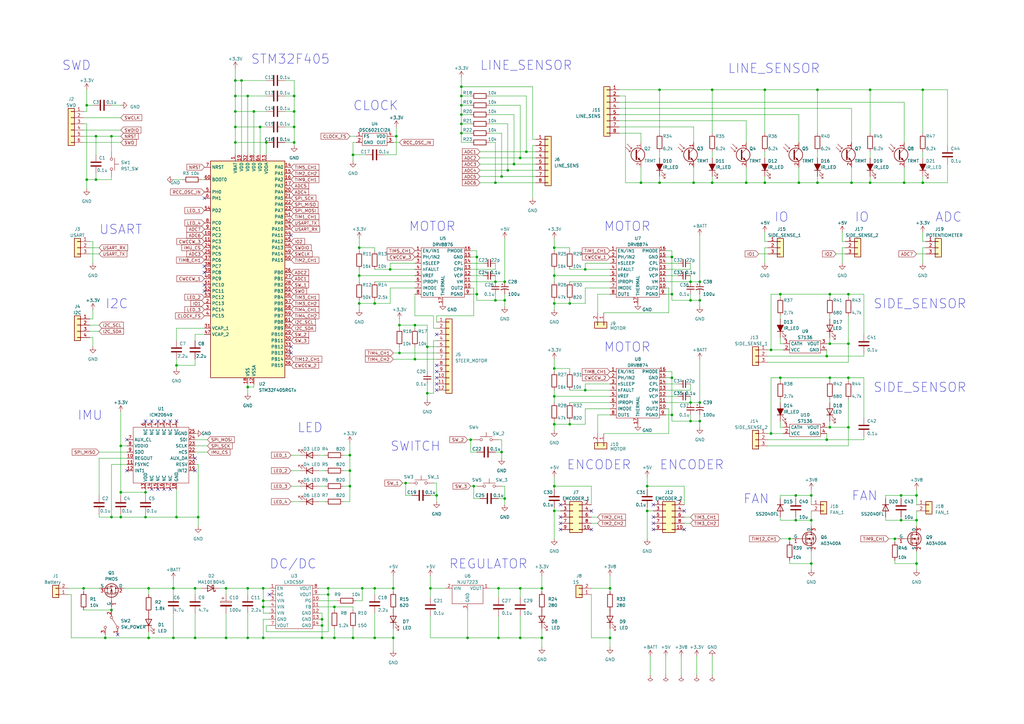
<source format=kicad_sch>
(kicad_sch (version 20230121) (generator eeschema)
  (paper "A3")
  (junction (at 370.84 74.93))
  (junction (at 147.32 124.46))
  (junction (at 92.71 261.62))
  (junction (at 189.23 46.99))
  (junction (at 205.74 72.39))
  (junction (at 340.36 154.94))
  (junction (at 265.43 199.39))
  (junction (at 284.48 74.93))
  (junction (at 72.39 212.09))
  (junction (at 45.72 55.88))
  (junction (at 270.51 74.93))
  (junction (at 137.16 261.62))
  (junction (at 189.23 43.18))
  (junction (at 96.52 39.37))
  (junction (at 203.2 74.93))
  (junction (at 213.36 241.3))
  (junction (at 227.33 113.03))
  (junction (at 347.98 140.97))
  (junction (at 195.58 120.65))
  (junction (at 227.33 101.6))
  (junction (at 227.33 173.99))
  (junction (at 213.36 261.62))
  (junction (at 326.39 213.36))
  (junction (at 335.28 74.93))
  (junction (at 227.33 209.55))
  (junction (at 340.36 175.26))
  (junction (at 170.18 147.32))
  (junction (at 339.09 146.05))
  (junction (at 207.01 123.19))
  (junction (at 227.33 199.39))
  (junction (at 175.26 142.24))
  (junction (at 203.2 123.19))
  (junction (at 143.51 199.39))
  (junction (at 101.6 158.75))
  (junction (at 265.43 209.55))
  (junction (at 340.36 140.97))
  (junction (at 153.67 261.62))
  (junction (at 147.32 113.03))
  (junction (at 96.52 58.42))
  (junction (at 104.14 45.72))
  (junction (at 326.39 203.2))
  (junction (at 162.56 55.88))
  (junction (at 313.69 36.83))
  (junction (at 316.23 143.51))
  (junction (at 335.28 36.83))
  (junction (at 96.52 52.07))
  (junction (at 132.08 261.62))
  (junction (at 107.95 246.38))
  (junction (at 327.66 74.93))
  (junction (at 189.23 50.8))
  (junction (at 132.08 256.54))
  (junction (at 210.82 67.31))
  (junction (at 207.01 204.47))
  (junction (at 161.29 261.62))
  (junction (at 166.37 198.12))
  (junction (at 143.51 186.69))
  (junction (at 340.36 120.65))
  (junction (at 144.78 261.62))
  (junction (at 49.53 201.93))
  (junction (at 287.02 115.57))
  (junction (at 204.47 241.3))
  (junction (at 205.74 185.42))
  (junction (at 208.28 69.85))
  (junction (at 356.87 36.83))
  (junction (at 71.12 241.3))
  (junction (at 275.59 154.94))
  (junction (at 189.23 39.37))
  (junction (at 320.04 120.65))
  (junction (at 287.02 172.72))
  (junction (at 35.56 43.18))
  (junction (at 175.26 161.29))
  (junction (at 240.03 110.49))
  (junction (at 347.98 120.65))
  (junction (at 306.07 74.93))
  (junction (at 356.87 74.93))
  (junction (at 227.33 151.13))
  (junction (at 176.53 241.3))
  (junction (at 275.59 170.18))
  (junction (at 60.96 241.3))
  (junction (at 179.07 203.2))
  (junction (at 34.29 241.3))
  (junction (at 203.2 115.57))
  (junction (at 323.85 220.98))
  (junction (at 316.23 177.8))
  (junction (at 144.78 63.5))
  (junction (at 283.21 172.72))
  (junction (at 134.62 243.84))
  (junction (at 96.52 33.02))
  (junction (at 161.29 241.3))
  (junction (at 59.69 212.09))
  (junction (at 262.89 74.93))
  (junction (at 107.95 248.92))
  (junction (at 204.47 261.62))
  (junction (at 193.04 180.34))
  (junction (at 375.92 213.36))
  (junction (at 240.03 160.02))
  (junction (at 195.58 105.41))
  (junction (at 137.16 248.92))
  (junction (at 222.25 261.62))
  (junction (at 213.36 64.77))
  (junction (at 80.01 261.62))
  (junction (at 106.68 52.07))
  (junction (at 160.02 110.49))
  (junction (at 375.92 231.14))
  (junction (at 233.68 124.46))
  (junction (at 92.71 241.3))
  (junction (at 35.56 73.66))
  (junction (at 292.1 36.83))
  (junction (at 80.01 241.3))
  (junction (at 101.6 39.37))
  (junction (at 287.02 123.19))
  (junction (at 332.74 231.14))
  (junction (at 283.21 165.1))
  (junction (at 207.01 115.57))
  (junction (at 39.37 73.66))
  (junction (at 101.6 261.62))
  (junction (at 39.37 55.88))
  (junction (at 120.65 52.07))
  (junction (at 287.02 165.1))
  (junction (at 163.83 144.78))
  (junction (at 191.77 261.62))
  (junction (at 347.98 175.26))
  (junction (at 134.62 241.3))
  (junction (at 120.65 39.37))
  (junction (at 132.08 254))
  (junction (at 107.95 241.3))
  (junction (at 275.59 120.65))
  (junction (at 250.19 261.62))
  (junction (at 332.74 203.2))
  (junction (at 233.68 173.99))
  (junction (at 275.59 105.41))
  (junction (at 367.03 220.98))
  (junction (at 375.92 203.2))
  (junction (at 99.06 33.02))
  (junction (at 153.67 124.46))
  (junction (at 147.32 101.6))
  (junction (at 120.65 45.72))
  (junction (at 109.22 58.42))
  (junction (at 378.46 36.83))
  (junction (at 45.72 212.09))
  (junction (at 71.12 261.62))
  (junction (at 49.53 212.09))
  (junction (at 194.31 199.39))
  (junction (at 222.25 241.3))
  (junction (at 292.1 74.93))
  (junction (at 349.25 74.93))
  (junction (at 96.52 45.72))
  (junction (at 49.53 182.88))
  (junction (at 332.74 213.36))
  (junction (at 143.51 193.04))
  (junction (at 163.83 133.35))
  (junction (at 148.59 241.3))
  (junction (at 60.96 261.62))
  (junction (at 313.69 74.93))
  (junction (at 153.67 241.3))
  (junction (at 369.57 213.36))
  (junction (at 283.21 115.57))
  (junction (at 320.04 154.94))
  (junction (at 43.18 261.62))
  (junction (at 347.98 154.94))
  (junction (at 72.39 149.86))
  (junction (at 120.65 58.42))
  (junction (at 59.69 201.93))
  (junction (at 107.95 261.62))
  (junction (at 250.19 241.3))
  (junction (at 283.21 123.19))
  (junction (at 101.6 241.3))
  (junction (at 369.57 203.2))
  (junction (at 81.28 212.09))
  (junction (at 170.18 133.35))
  (junction (at 45.72 250.19))
  (junction (at 339.09 180.34))
  (junction (at 215.9 62.23))
  (junction (at 227.33 124.46))
  (junction (at 270.51 36.83))
  (junction (at 189.23 35.56))
  (junction (at 378.46 74.93))
  (junction (at 227.33 162.56))
  (junction (at 189.23 54.61))
  (no_connect (at 179.07 154.94))
  (no_connect (at 83.82 111.76))
  (no_connect (at 229.87 217.17))
  (no_connect (at 83.82 109.22))
  (no_connect (at 280.67 217.17))
  (no_connect (at 179.07 137.16))
  (no_connect (at 80.01 193.04))
  (no_connect (at 52.07 193.04))
  (no_connect (at 62.23 200.66))
  (no_connect (at 69.85 200.66))
  (no_connect (at 83.82 119.38))
  (no_connect (at 67.31 172.72))
  (no_connect (at 64.77 172.72))
  (no_connect (at 119.38 142.24))
  (no_connect (at 64.77 200.66))
  (no_connect (at 72.39 172.72))
  (no_connect (at 229.87 212.09))
  (no_connect (at 179.07 149.86))
  (no_connect (at 80.01 187.96))
  (no_connect (at 83.82 81.28))
  (no_connect (at 242.57 217.17))
  (no_connect (at 119.38 144.78))
  (no_connect (at 179.07 157.48))
  (no_connect (at 267.97 217.17))
  (no_connect (at 119.38 96.52))
  (no_connect (at 62.23 172.72))
  (no_connect (at 52.07 180.34))
  (no_connect (at 83.82 116.84))
  (no_connect (at 229.87 207.01))
  (no_connect (at 179.07 152.4))
  (no_connect (at 267.97 207.01))
  (no_connect (at 242.57 209.55))
  (no_connect (at 48.26 260.35))
  (no_connect (at 267.97 214.63))
  (no_connect (at 229.87 214.63))
  (no_connect (at 110.49 243.84))
  (no_connect (at 267.97 212.09))
  (no_connect (at 59.69 172.72))
  (no_connect (at 69.85 172.72))
  (no_connect (at 67.31 200.66))
  (no_connect (at 179.07 160.02))
  (no_connect (at 280.67 209.55))
  (wire (pts (xy 207.01 123.19) (xy 207.01 120.65)))
  (wire (pts (xy 170.18 107.95) (xy 160.02 107.95)))
  (wire (pts (xy 320.04 220.98) (xy 323.85 220.98)))
  (wire (pts (xy 283.21 110.49) (xy 273.05 110.49)))
  (wire (pts (xy 306.07 74.93) (xy 313.69 74.93)))
  (wire (pts (xy 96.52 58.42) (xy 96.52 63.5)))
  (wire (pts (xy 250.19 236.22) (xy 250.19 241.3)))
  (wire (pts (xy 205.74 199.39) (xy 207.01 199.39)))
  (wire (pts (xy 189.23 43.18) (xy 189.23 46.99)))
  (wire (pts (xy 233.68 173.99) (xy 227.33 173.99)))
  (wire (pts (xy 233.68 115.57) (xy 250.19 115.57)))
  (wire (pts (xy 292.1 36.83) (xy 292.1 54.61)))
  (wire (pts (xy 153.67 123.19) (xy 153.67 124.46)))
  (wire (pts (xy 203.2 74.93) (xy 219.71 74.93)))
  (wire (pts (xy 163.83 133.35) (xy 170.18 133.35)))
  (wire (pts (xy 242.57 241.3) (xy 250.19 241.3)))
  (wire (pts (xy 120.65 58.42) (xy 120.65 59.69)))
  (wire (pts (xy 120.65 52.07) (xy 120.65 58.42)))
  (wire (pts (xy 347.98 129.54) (xy 347.98 140.97)))
  (wire (pts (xy 34.29 241.3) (xy 40.64 241.3)))
  (wire (pts (xy 96.52 39.37) (xy 96.52 45.72)))
  (wire (pts (xy 316.23 177.8) (xy 321.31 177.8)))
  (wire (pts (xy 29.21 261.62) (xy 43.18 261.62)))
  (wire (pts (xy 191.77 261.62) (xy 204.47 261.62)))
  (wire (pts (xy 71.12 237.49) (xy 71.12 241.3)))
  (wire (pts (xy 320.04 163.83) (xy 320.04 165.1)))
  (wire (pts (xy 245.11 170.18) (xy 245.11 177.8)))
  (wire (pts (xy 147.32 124.46) (xy 147.32 127)))
  (wire (pts (xy 250.19 170.18) (xy 245.11 170.18)))
  (wire (pts (xy 177.8 198.12) (xy 179.07 198.12)))
  (wire (pts (xy 388.62 59.69) (xy 388.62 36.83)))
  (wire (pts (xy 38.1 138.43) (xy 38.1 142.24)))
  (wire (pts (xy 327.66 74.93) (xy 335.28 74.93)))
  (wire (pts (xy 107.95 248.92) (xy 107.95 251.46)))
  (wire (pts (xy 161.29 147.32) (xy 170.18 147.32)))
  (wire (pts (xy 137.16 248.92) (xy 144.78 248.92)))
  (wire (pts (xy 320.04 172.72) (xy 320.04 175.26)))
  (wire (pts (xy 96.52 33.02) (xy 99.06 33.02)))
  (wire (pts (xy 193.04 199.39) (xy 194.31 199.39)))
  (wire (pts (xy 203.2 120.65) (xy 203.2 123.19)))
  (wire (pts (xy 189.23 39.37) (xy 189.23 43.18)))
  (wire (pts (xy 273.05 102.87) (xy 275.59 102.87)))
  (wire (pts (xy 179.07 198.12) (xy 179.07 203.2)))
  (wire (pts (xy 314.96 99.06) (xy 313.69 99.06)))
  (wire (pts (xy 130.81 246.38) (xy 138.43 246.38)))
  (wire (pts (xy 52.07 187.96) (xy 40.64 187.96)))
  (wire (pts (xy 275.59 172.72) (xy 283.21 172.72)))
  (wire (pts (xy 233.68 101.6) (xy 227.33 101.6)))
  (wire (pts (xy 170.18 147.32) (xy 179.07 147.32)))
  (wire (pts (xy 134.62 241.3) (xy 130.81 241.3)))
  (wire (pts (xy 140.97 199.39) (xy 143.51 199.39)))
  (wire (pts (xy 349.25 74.93) (xy 356.87 74.93)))
  (wire (pts (xy 148.59 246.38) (xy 148.59 241.3)))
  (wire (pts (xy 106.68 63.5) (xy 106.68 52.07)))
  (wire (pts (xy 240.03 124.46) (xy 233.68 124.46)))
  (wire (pts (xy 36.83 99.06) (xy 38.1 99.06)))
  (wire (pts (xy 378.46 36.83) (xy 378.46 54.61)))
  (wire (pts (xy 146.05 58.42) (xy 144.78 58.42)))
  (wire (pts (xy 196.85 69.85) (xy 208.28 69.85)))
  (wire (pts (xy 34.29 55.88) (xy 39.37 55.88)))
  (wire (pts (xy 130.81 251.46) (xy 132.08 251.46)))
  (wire (pts (xy 130.81 186.69) (xy 133.35 186.69)))
  (wire (pts (xy 335.28 54.61) (xy 335.28 36.83)))
  (wire (pts (xy 379.73 99.06) (xy 378.46 99.06)))
  (wire (pts (xy 313.69 101.6) (xy 313.69 107.95)))
  (wire (pts (xy 38.1 99.06) (xy 38.1 107.95)))
  (wire (pts (xy 36.83 104.14) (xy 40.64 104.14)))
  (wire (pts (xy 313.69 62.23) (xy 313.69 64.77)))
  (wire (pts (xy 36.83 138.43) (xy 38.1 138.43)))
  (wire (pts (xy 160.02 124.46) (xy 153.67 124.46)))
  (wire (pts (xy 275.59 105.41) (xy 275.59 120.65)))
  (wire (pts (xy 356.87 74.93) (xy 370.84 74.93)))
  (wire (pts (xy 313.69 36.83) (xy 335.28 36.83)))
  (wire (pts (xy 320.04 129.54) (xy 320.04 130.81)))
  (wire (pts (xy 175.26 142.24) (xy 179.07 142.24)))
  (wire (pts (xy 340.36 163.83) (xy 340.36 165.1)))
  (wire (pts (xy 144.78 248.92) (xy 144.78 250.19)))
  (wire (pts (xy 287.02 147.32) (xy 287.02 165.1)))
  (wire (pts (xy 36.83 101.6) (xy 40.64 101.6)))
  (wire (pts (xy 92.71 261.62) (xy 101.6 261.62)))
  (wire (pts (xy 363.22 213.36) (xy 369.57 213.36)))
  (wire (pts (xy 104.14 157.48) (xy 104.14 158.75)))
  (wire (pts (xy 349.25 68.58) (xy 349.25 74.93)))
  (wire (pts (xy 354.33 146.05) (xy 339.09 146.05)))
  (wire (pts (xy 222.25 236.22) (xy 222.25 241.3)))
  (wire (pts (xy 143.51 205.74) (xy 140.97 205.74)))
  (wire (pts (xy 262.89 74.93) (xy 270.51 74.93)))
  (wire (pts (xy 204.47 241.3) (xy 204.47 245.11)))
  (wire (pts (xy 59.69 212.09) (xy 59.69 210.82)))
  (wire (pts (xy 320.04 204.47) (xy 320.04 203.2)))
  (wire (pts (xy 153.67 251.46) (xy 153.67 261.62)))
  (wire (pts (xy 340.36 129.54) (xy 340.36 130.81)))
  (wire (pts (xy 388.62 67.31) (xy 388.62 74.93)))
  (wire (pts (xy 292.1 72.39) (xy 292.1 74.93)))
  (wire (pts (xy 327.66 58.42) (xy 327.66 46.99)))
  (wire (pts (xy 176.53 236.22) (xy 176.53 241.3)))
  (wire (pts (xy 71.12 241.3) (xy 71.12 243.84)))
  (wire (pts (xy 116.84 45.72) (xy 120.65 45.72)))
  (wire (pts (xy 104.14 158.75) (xy 101.6 158.75)))
  (wire (pts (xy 242.57 243.84) (xy 242.57 261.62)))
  (wire (pts (xy 274.32 177.8) (xy 274.32 167.64)))
  (wire (pts (xy 193.04 113.03) (xy 198.12 113.03)))
  (wire (pts (xy 80.01 147.32) (xy 80.01 149.86)))
  (wire (pts (xy 39.37 55.88) (xy 45.72 55.88)))
  (wire (pts (xy 194.31 204.47) (xy 196.85 204.47)))
  (wire (pts (xy 140.97 186.69) (xy 143.51 186.69)))
  (wire (pts (xy 347.98 163.83) (xy 347.98 175.26)))
  (wire (pts (xy 175.26 161.29) (xy 175.26 163.83)))
  (wire (pts (xy 107.95 241.3) (xy 101.6 241.3)))
  (wire (pts (xy 240.03 107.95) (xy 240.03 110.49)))
  (wire (pts (xy 144.78 63.5) (xy 144.78 66.04)))
  (wire (pts (xy 34.29 242.57) (xy 34.29 241.3)))
  (wire (pts (xy 132.08 254) (xy 132.08 256.54)))
  (wire (pts (xy 144.78 63.5) (xy 149.86 63.5)))
  (wire (pts (xy 35.56 43.18) (xy 38.1 43.18)))
  (wire (pts (xy 250.19 261.62) (xy 250.19 265.43)))
  (wire (pts (xy 378.46 62.23) (xy 378.46 64.77)))
  (wire (pts (xy 356.87 36.83) (xy 356.87 54.61)))
  (wire (pts (xy 107.95 246.38) (xy 107.95 248.92)))
  (wire (pts (xy 287.02 172.72) (xy 287.02 170.18)))
  (wire (pts (xy 107.95 261.62) (xy 132.08 261.62)))
  (wire (pts (xy 354.33 171.45) (xy 354.33 154.94)))
  (wire (pts (xy 273.05 162.56) (xy 278.13 162.56)))
  (wire (pts (xy 227.33 199.39) (xy 242.57 199.39)))
  (wire (pts (xy 140.97 193.04) (xy 143.51 193.04)))
  (wire (pts (xy 107.95 254) (xy 107.95 261.62)))
  (wire (pts (xy 116.84 33.02) (xy 120.65 33.02)))
  (wire (pts (xy 59.69 212.09) (xy 72.39 212.09)))
  (wire (pts (xy 83.82 137.16) (xy 80.01 137.16)))
  (wire (pts (xy 203.2 110.49) (xy 193.04 110.49)))
  (wire (pts (xy 81.28 190.5) (xy 81.28 212.09)))
  (wire (pts (xy 340.36 120.65) (xy 340.36 121.92)))
  (wire (pts (xy 316.23 177.8) (xy 316.23 154.94)))
  (wire (pts (xy 265.43 208.28) (xy 265.43 209.55)))
  (wire (pts (xy 240.03 110.49) (xy 233.68 110.49)))
  (wire (pts (xy 283.21 113.03) (xy 283.21 115.57)))
  (wire (pts (xy 242.57 261.62) (xy 250.19 261.62)))
  (wire (pts (xy 101.6 39.37) (xy 109.22 39.37)))
  (wire (pts (xy 292.1 74.93) (xy 306.07 74.93)))
  (wire (pts (xy 204.47 252.73) (xy 204.47 261.62)))
  (wire (pts (xy 203.2 107.95) (xy 203.2 110.49)))
  (wire (pts (xy 205.74 54.61) (xy 205.74 72.39)))
  (wire (pts (xy 153.67 101.6) (xy 147.32 101.6)))
  (wire (pts (xy 207.01 199.39) (xy 207.01 204.47)))
  (wire (pts (xy 284.48 58.42) (xy 284.48 52.07)))
  (wire (pts (xy 40.64 185.42) (xy 52.07 185.42)))
  (wire (pts (xy 273.05 165.1) (xy 283.21 165.1)))
  (wire (pts (xy 283.21 172.72) (xy 287.02 172.72)))
  (wire (pts (xy 49.53 182.88) (xy 52.07 182.88)))
  (wire (pts (xy 162.56 55.88) (xy 161.29 55.88)))
  (wire (pts (xy 227.33 110.49) (xy 227.33 113.03)))
  (wire (pts (xy 72.39 134.62) (xy 72.39 139.7)))
  (wire (pts (xy 161.29 261.62) (xy 161.29 266.7)))
  (wire (pts (xy 204.47 261.62) (xy 213.36 261.62)))
  (wire (pts (xy 233.68 123.19) (xy 233.68 124.46)))
  (wire (pts (xy 207.01 123.19) (xy 207.01 125.73)))
  (wire (pts (xy 137.16 257.81) (xy 137.16 261.62)))
  (wire (pts (xy 175.26 142.24) (xy 175.26 152.4)))
  (wire (pts (xy 250.19 113.03) (xy 227.33 113.03)))
  (wire (pts (xy 340.36 120.65) (xy 347.98 120.65)))
  (wire (pts (xy 283.21 107.95) (xy 283.21 110.49)))
  (wire (pts (xy 144.78 58.42) (xy 144.78 63.5)))
  (wire (pts (xy 250.19 107.95) (xy 240.03 107.95)))
  (wire (pts (xy 370.84 58.42) (xy 370.84 41.91)))
  (wire (pts (xy 153.67 241.3) (xy 153.67 243.84)))
  (wire (pts (xy 80.01 241.3) (xy 82.55 241.3)))
  (wire (pts (xy 222.25 241.3) (xy 222.25 242.57)))
  (wire (pts (xy 101.6 261.62) (xy 107.95 261.62)))
  (wire (pts (xy 332.74 209.55) (xy 332.74 213.36)))
  (wire (pts (xy 306.07 68.58) (xy 306.07 74.93)))
  (wire (pts (xy 240.03 160.02) (xy 233.68 160.02)))
  (wire (pts (xy 90.17 241.3) (xy 92.71 241.3)))
  (wire (pts (xy 323.85 222.25) (xy 323.85 220.98)))
  (wire (pts (xy 240.03 110.49) (xy 250.19 110.49)))
  (wire (pts (xy 227.33 113.03) (xy 227.33 115.57)))
  (wire (pts (xy 120.65 33.02) (xy 120.65 39.37)))
  (wire (pts (xy 60.96 241.3) (xy 60.96 243.84)))
  (wire (pts (xy 80.01 261.62) (xy 92.71 261.62)))
  (wire (pts (xy 256.54 39.37) (xy 256.54 74.93)))
  (wire (pts (xy 227.33 147.32) (xy 227.33 151.13)))
  (wire (pts (xy 280.67 214.63) (xy 283.21 214.63)))
  (wire (pts (xy 262.89 58.42) (xy 262.89 54.61)))
  (wire (pts (xy 193.04 180.34) (xy 193.04 185.42)))
  (wire (pts (xy 161.29 257.81) (xy 161.29 261.62)))
  (wire (pts (xy 72.39 149.86) (xy 72.39 147.32)))
  (wire (pts (xy 283.21 160.02) (xy 273.05 160.02)))
  (wire (pts (xy 119.38 205.74) (xy 123.19 205.74)))
  (wire (pts (xy 59.69 200.66) (xy 59.69 201.93)))
  (wire (pts (xy 250.19 162.56) (xy 227.33 162.56)))
  (wire (pts (xy 367.03 229.87) (xy 367.03 231.14)))
  (wire (pts (xy 194.31 129.54) (xy 194.31 118.11)))
  (wire (pts (xy 34.29 53.34) (xy 49.53 53.34)))
  (wire (pts (xy 326.39 203.2) (xy 332.74 203.2)))
  (wire (pts (xy 275.59 170.18) (xy 275.59 172.72)))
  (wire (pts (xy 314.96 143.51) (xy 316.23 143.51)))
  (wire (pts (xy 39.37 71.12) (xy 39.37 73.66)))
  (wire (pts (xy 45.72 62.23) (xy 45.72 55.88)))
  (wire (pts (xy 194.31 199.39) (xy 195.58 199.39)))
  (wire (pts (xy 247.65 128.27) (xy 274.32 128.27)))
  (wire (pts (xy 327.66 46.99) (xy 254 46.99)))
  (wire (pts (xy 193.04 185.42) (xy 195.58 185.42)))
  (wire (pts (xy 332.74 231.14) (xy 332.74 233.68)))
  (wire (pts (xy 189.23 31.75) (xy 189.23 35.56)))
  (wire (pts (xy 203.2 185.42) (xy 205.74 185.42)))
  (wire (pts (xy 179.07 129.54) (xy 194.31 129.54)))
  (wire (pts (xy 227.33 162.56) (xy 227.33 165.1)))
  (wire (pts (xy 160.02 110.49) (xy 153.67 110.49)))
  (wire (pts (xy 119.38 186.69) (xy 123.19 186.69)))
  (wire (pts (xy 195.58 102.87) (xy 195.58 105.41)))
  (wire (pts (xy 116.84 58.42) (xy 120.65 58.42)))
  (wire (pts (xy 306.07 49.53) (xy 254 49.53)))
  (wire (pts (xy 205.74 72.39) (xy 219.71 72.39)))
  (wire (pts (xy 39.37 73.66) (xy 35.56 73.66)))
  (wire (pts (xy 200.66 50.8) (xy 208.28 50.8)))
  (wire (pts (xy 332.74 226.06) (xy 332.74 231.14)))
  (wire (pts (xy 240.03 167.64) (xy 240.03 173.99)))
  (wire (pts (xy 143.51 199.39) (xy 143.51 205.74)))
  (wire (pts (xy 270.51 36.83) (xy 292.1 36.83)))
  (wire (pts (xy 227.33 208.28) (xy 227.33 209.55)))
  (wire (pts (xy 323.85 229.87) (xy 323.85 231.14)))
  (wire (pts (xy 130.81 254) (xy 132.08 254)))
  (wire (pts (xy 349.25 58.42) (xy 349.25 44.45)))
  (wire (pts (xy 130.81 205.74) (xy 133.35 205.74)))
  (wire (pts (xy 40.64 187.96) (xy 40.64 203.2)))
  (wire (pts (xy 165.1 198.12) (xy 166.37 198.12)))
  (wire (pts (xy 60.96 261.62) (xy 71.12 261.62)))
  (wire (pts (xy 227.33 173.99) (xy 227.33 176.53)))
  (wire (pts (xy 283.21 115.57) (xy 287.02 115.57)))
  (wire (pts (xy 160.02 110.49) (xy 170.18 110.49)))
  (wire (pts (xy 153.67 261.62) (xy 144.78 261.62)))
  (wire (pts (xy 283.21 170.18) (xy 283.21 172.72)))
  (wire (pts (xy 34.29 48.26) (xy 49.53 48.26)))
  (wire (pts (xy 314.96 101.6) (xy 313.69 101.6)))
  (wire (pts (xy 326.39 203.2) (xy 326.39 204.47)))
  (wire (pts (xy 250.19 120.65) (xy 245.11 120.65)))
  (wire (pts (xy 332.74 213.36) (xy 332.74 215.9)))
  (wire (pts (xy 160.02 118.11) (xy 160.02 124.46)))
  (wire (pts (xy 247.65 177.8) (xy 274.32 177.8)))
  (wire (pts (xy 375.92 231.14) (xy 375.92 233.68)))
  (wire (pts (xy 347.98 154.94) (xy 347.98 156.21)))
  (wire (pts (xy 347.98 120.65) (xy 347.98 121.92)))
  (wire (pts (xy 35.56 43.18) (xy 35.56 45.72)))
  (wire (pts (xy 227.33 97.79) (xy 227.33 101.6)))
  (wire (pts (xy 176.53 203.2) (xy 179.07 203.2)))
  (wire (pts (xy 273.05 269.24) (xy 273.05 276.86)))
  (wire (pts (xy 170.18 129.54) (xy 177.8 129.54)))
  (wire (pts (xy 227.33 151.13) (xy 227.33 152.4)))
  (wire (pts (xy 215.9 39.37) (xy 215.9 62.23)))
  (wire (pts (xy 265.43 200.66) (xy 265.43 199.39)))
  (wire (pts (xy 99.06 33.02) (xy 109.22 33.02)))
  (wire (pts (xy 367.03 220.98) (xy 368.3 220.98)))
  (wire (pts (xy 227.33 101.6) (xy 227.33 102.87)))
  (wire (pts (xy 204.47 180.34) (xy 205.74 180.34)))
  (wire (pts (xy 191.77 250.19) (xy 191.77 261.62)))
  (wire (pts (xy 274.32 167.64) (xy 273.05 167.64)))
  (wire (pts (xy 284.48 68.58) (xy 284.48 74.93)))
  (wire (pts (xy 34.29 250.19) (xy 45.72 250.19)))
  (wire (pts (xy 119.38 199.39) (xy 123.19 199.39)))
  (wire (pts (xy 356.87 62.23) (xy 356.87 64.77)))
  (wire (pts (xy 170.18 133.35) (xy 170.18 134.62)))
  (wire (pts (xy 208.28 69.85) (xy 219.71 69.85)))
  (wire (pts (xy 193.04 115.57) (xy 203.2 115.57)))
  (wire (pts (xy 134.62 243.84) (xy 134.62 241.3)))
  (wire (pts (xy 120.65 39.37) (xy 120.65 45.72)))
  (wire (pts (xy 107.95 241.3) (xy 107.95 246.38)))
  (wire (pts (xy 283.21 157.48) (xy 283.21 160.02)))
  (wire (pts (xy 143.51 55.88) (xy 146.05 55.88)))
  (wire (pts (xy 40.64 210.82) (xy 40.64 212.09)))
  (wire (pts (xy 170.18 113.03) (xy 147.32 113.03)))
  (wire (pts (xy 378.46 36.83) (xy 388.62 36.83)))
  (wire (pts (xy 339.09 146.05) (xy 314.96 146.05)))
  (wire (pts (xy 250.19 167.64) (xy 240.03 167.64)))
  (wire (pts (xy 35.56 36.83) (xy 35.56 43.18)))
  (wire (pts (xy 273.05 157.48) (xy 278.13 157.48)))
  (wire (pts (xy 213.36 241.3) (xy 213.36 245.11)))
  (wire (pts (xy 250.19 118.11) (xy 240.03 118.11)))
  (wire (pts (xy 72.39 149.86) (xy 72.39 151.13)))
  (wire (pts (xy 273.05 113.03) (xy 278.13 113.03)))
  (wire (pts (xy 227.33 195.58) (xy 227.33 199.39)))
  (wire (pts (xy 196.85 67.31) (xy 210.82 67.31)))
  (wire (pts (xy 320.04 175.26) (xy 321.31 175.26)))
  (wire (pts (xy 311.15 104.14) (xy 314.96 104.14)))
  (wire (pts (xy 196.85 62.23) (xy 215.9 62.23)))
  (wire (pts (xy 160.02 107.95) (xy 160.02 110.49)))
  (wire (pts (xy 210.82 46.99) (xy 210.82 67.31)))
  (wire (pts (xy 265.43 199.39) (xy 280.67 199.39)))
  (wire (pts (xy 313.69 36.83) (xy 313.69 54.61)))
  (wire (pts (xy 161.29 58.42) (xy 163.83 58.42)))
  (wire (pts (xy 119.38 193.04) (xy 123.19 193.04)))
  (wire (pts (xy 163.83 144.78) (xy 179.07 144.78)))
  (wire (pts (xy 273.05 170.18) (xy 275.59 170.18)))
  (wire (pts (xy 345.44 101.6) (xy 345.44 107.95)))
  (wire (pts (xy 130.81 248.92) (xy 137.16 248.92)))
  (wire (pts (xy 49.53 201.93) (xy 49.53 203.2)))
  (wire (pts (xy 270.51 62.23) (xy 270.51 64.77)))
  (wire (pts (xy 363.22 212.09) (xy 363.22 213.36)))
  (wire (pts (xy 375.92 203.2) (xy 375.92 207.01)))
  (wire (pts (xy 189.23 58.42) (xy 193.04 58.42)))
  (wire (pts (xy 340.36 175.26) (xy 339.09 175.26)))
  (wire (pts (xy 240.03 173.99) (xy 233.68 173.99)))
  (wire (pts (xy 161.29 236.22) (xy 161.29 241.3)))
  (wire (pts (xy 29.21 243.84) (xy 27.94 243.84)))
  (wire (pts (xy 316.23 154.94) (xy 320.04 154.94)))
  (wire (pts (xy 339.09 180.34) (xy 314.96 180.34)))
  (wire (pts (xy 80.01 182.88) (xy 85.09 182.88)))
  (wire (pts (xy 130.81 193.04) (xy 133.35 193.04)))
  (wire (pts (xy 116.84 52.07) (xy 120.65 52.07)))
  (wire (pts (xy 213.36 261.62) (xy 222.25 261.62)))
  (wire (pts (xy 80.01 185.42) (xy 85.09 185.42)))
  (wire (pts (xy 200.66 241.3) (xy 204.47 241.3)))
  (wire (pts (xy 340.36 172.72) (xy 340.36 175.26)))
  (wire (pts (xy 82.55 73.66) (xy 83.82 73.66)))
  (wire (pts (xy 287.02 123.19) (xy 287.02 125.73)))
  (wire (pts (xy 256.54 74.93) (xy 262.89 74.93)))
  (wire (pts (xy 203.2 113.03) (xy 203.2 115.57)))
  (wire (pts (xy 347.98 175.26) (xy 347.98 182.88)))
  (wire (pts (xy 349.25 44.45) (xy 254 44.45)))
  (wire (pts (xy 335.28 72.39) (xy 335.28 74.93)))
  (wire (pts (xy 323.85 231.14) (xy 332.74 231.14)))
  (wire (pts (xy 146.05 246.38) (xy 148.59 246.38)))
  (wire (pts (xy 347.98 182.88) (xy 314.96 182.88)))
  (wire (pts (xy 170.18 118.11) (xy 160.02 118.11)))
  (wire (pts (xy 175.26 133.35) (xy 175.26 142.24)))
  (wire (pts (xy 213.36 43.18) (xy 213.36 64.77)))
  (wire (pts (xy 166.37 203.2) (xy 168.91 203.2)))
  (wire (pts (xy 370.84 74.93) (xy 378.46 74.93)))
  (wire (pts (xy 110.49 248.92) (xy 107.95 248.92)))
  (wire (pts (xy 161.29 241.3) (xy 161.29 242.57)))
  (wire (pts (xy 104.14 63.5) (xy 104.14 45.72)))
  (wire (pts (xy 101.6 241.3) (xy 101.6 243.84)))
  (wire (pts (xy 270.51 36.83) (xy 270.51 54.61)))
  (wire (pts (xy 207.01 204.47) (xy 207.01 207.01)))
  (wire (pts (xy 92.71 251.46) (xy 92.71 261.62)))
  (wire (pts (xy 71.12 261.62) (xy 80.01 261.62)))
  (wire (pts (xy 101.6 63.5) (xy 101.6 39.37)))
  (wire (pts (xy 177.8 139.7) (xy 177.8 161.29)))
  (wire (pts (xy 130.81 199.39) (xy 133.35 199.39)))
  (wire (pts (xy 218.44 57.15) (xy 219.71 57.15)))
  (wire (pts (xy 367.03 231.14) (xy 375.92 231.14)))
  (wire (pts (xy 369.57 212.09) (xy 369.57 213.36)))
  (wire (pts (xy 179.07 139.7) (xy 177.8 139.7)))
  (wire (pts (xy 340.36 138.43) (xy 340.36 140.97)))
  (wire (pts (xy 59.69 201.93) (xy 59.69 203.2)))
  (wire (pts (xy 313.69 72.39) (xy 313.69 74.93)))
  (wire (pts (xy 132.08 251.46) (xy 132.08 254)))
  (wire (pts (xy 275.59 123.19) (xy 283.21 123.19)))
  (wire (pts (xy 109.22 58.42) (xy 109.22 63.5)))
  (wire (pts (xy 71.12 251.46) (xy 71.12 261.62)))
  (wire (pts (xy 200.66 43.18) (xy 213.36 43.18)))
  (wire (pts (xy 233.68 102.87) (xy 233.68 101.6)))
  (wire (pts (xy 339.09 177.8) (xy 339.09 180.34)))
  (wire (pts (xy 327.66 68.58) (xy 327.66 74.93)))
  (wire (pts (xy 200.66 39.37) (xy 215.9 39.37)))
  (wire (pts (xy 275.59 102.87) (xy 275.59 105.41)))
  (wire (pts (xy 193.04 105.41) (xy 195.58 105.41)))
  (wire (pts (xy 284.48 74.93) (xy 292.1 74.93)))
  (wire (pts (xy 92.71 241.3) (xy 92.71 243.84)))
  (wire (pts (xy 80.01 149.86) (xy 72.39 149.86)))
  (wire (pts (xy 196.85 72.39) (xy 205.74 72.39)))
  (wire (pts (xy 49.53 212.09) (xy 49.53 210.82)))
  (wire (pts (xy 110.49 254) (xy 107.95 254)))
  (wire (pts (xy 189.23 54.61) (xy 189.23 58.42)))
  (wire (pts (xy 162.56 52.07) (xy 162.56 55.88)))
  (wire (pts (xy 34.29 58.42) (xy 49.53 58.42)))
  (wire (pts (xy 356.87 36.83) (xy 378.46 36.83)))
  (wire (pts (xy 189.23 35.56) (xy 189.23 39.37)))
  (wire (pts (xy 163.83 142.24) (xy 163.83 144.78)))
  (wire (pts (xy 110.49 256.54) (xy 109.22 256.54)))
  (wire (pts (xy 148.59 241.3) (xy 153.67 241.3)))
  (wire (pts (xy 189.23 50.8) (xy 189.23 54.61)))
  (wire (pts (xy 27.94 241.3) (xy 34.29 241.3)))
  (wire (pts (xy 283.21 120.65) (xy 283.21 123.19)))
  (wire (pts (xy 144.78 261.62) (xy 137.16 261.62)))
  (wire (pts (xy 233.68 165.1) (xy 250.19 165.1)))
  (wire (pts (xy 189.23 46.99) (xy 189.23 50.8)))
  (wire (pts (xy 280.67 212.09) (xy 283.21 212.09)))
  (wire (pts (xy 320.04 154.94) (xy 320.04 156.21)))
  (wire (pts (xy 189.23 50.8) (xy 193.04 50.8)))
  (wire (pts (xy 80.01 241.3) (xy 80.01 243.84)))
  (wire (pts (xy 43.18 260.35) (xy 43.18 261.62)))
  (wire (pts (xy 163.83 130.81) (xy 163.83 133.35)))
  (wire (pts (xy 170.18 133.35) (xy 175.26 133.35)))
  (wire (pts (xy 153.67 102.87) (xy 153.67 101.6)))
  (wire (pts (xy 227.33 124.46) (xy 227.33 123.19)))
  (wire (pts (xy 109.22 259.08) (xy 134.62 259.08)))
  (wire (pts (xy 287.02 123.19) (xy 287.02 120.65)))
  (wire (pts (xy 101.6 158.75) (xy 101.6 161.29)))
  (wire (pts (xy 342.9 104.14) (xy 346.71 104.14)))
  (wire (pts (xy 81.28 212.09) (xy 81.28 215.9)))
  (wire (pts (xy 320.04 154.94) (xy 340.36 154.94)))
  (wire (pts (xy 80.01 180.34) (xy 85.09 180.34)))
  (wire (pts (xy 363.22 204.47) (xy 363.22 203.2)))
  (wire (pts (xy 273.05 115.57) (xy 283.21 115.57)))
  (wire (pts (xy 101.6 158.75) (xy 101.6 157.48)))
  (wire (pts (xy 242.57 199.39) (xy 242.57 207.01)))
  (wire (pts (xy 265.43 209.55) (xy 267.97 209.55)))
  (wire (pts (xy 227.33 209.55) (xy 229.87 209.55)))
  (wire (pts (xy 110.49 241.3) (xy 107.95 241.3)))
  (wire (pts (xy 265.43 195.58) (xy 265.43 199.39)))
  (wire (pts (xy 273.05 107.95) (xy 278.13 107.95)))
  (wire (pts (xy 356.87 72.39) (xy 356.87 74.93)))
  (wire (pts (xy 107.95 246.38) (xy 110.49 246.38)))
  (wire (pts (xy 245.11 120.65) (xy 245.11 128.27)))
  (wire (pts (xy 130.81 256.54) (xy 132.08 256.54)))
  (wire (pts (xy 378.46 74.93) (xy 378.46 72.39)))
  (wire (pts (xy 147.32 97.79) (xy 147.32 101.6)))
  (wire (pts (xy 292.1 36.83) (xy 313.69 36.83)))
  (wire (pts (xy 316.23 143.51) (xy 316.23 120.65)))
  (wire (pts (xy 207.01 97.79) (xy 207.01 115.57)))
  (wire (pts (xy 345.44 99.06) (xy 345.44 95.25)))
  (wire (pts (xy 38.1 130.81) (xy 38.1 127)))
  (wire (pts (xy 210.82 67.31) (xy 219.71 67.31)))
  (wire (pts (xy 170.18 142.24) (xy 170.18 147.32)))
  (wire (pts (xy 96.52 45.72) (xy 104.14 45.72)))
  (wire (pts (xy 147.32 110.49) (xy 147.32 113.03)))
  (wire (pts (xy 191.77 180.34) (xy 193.04 180.34)))
  (wire (pts (xy 45.72 190.5) (xy 45.72 212.09)))
  (wire (pts (xy 339.09 143.51) (xy 339.09 146.05)))
  (wire (pts (xy 378.46 99.06) (xy 378.46 95.25)))
  (wire (pts (xy 147.32 124.46) (xy 147.32 123.19)))
  (wire (pts (xy 335.28 36.83) (xy 356.87 36.83)))
  (wire (pts (xy 200.66 54.61) (xy 205.74 54.61)))
  (wire (pts (xy 120.65 45.72) (xy 120.65 52.07)))
  (wire (pts (xy 175.26 157.48) (xy 175.26 161.29)))
  (wire (pts (xy 227.33 209.55) (xy 227.33 220.98)))
  (wire (pts (xy 45.72 73.66) (xy 39.37 73.66)))
  (wire (pts (xy 270.51 72.39) (xy 270.51 74.93)))
  (wire (pts (xy 176.53 241.3) (xy 182.88 241.3)))
  (wire (pts (xy 340.36 154.94) (xy 347.98 154.94)))
  (wire (pts (xy 104.14 45.72) (xy 109.22 45.72)))
  (wire (pts (xy 233.68 124.46) (xy 227.33 124.46)))
  (wire (pts (xy 203.2 58.42) (xy 203.2 74.93)))
  (wire (pts (xy 153.67 261.62) (xy 161.29 261.62)))
  (wire (pts (xy 250.19 241.3) (xy 250.19 242.57)))
  (wire (pts (xy 144.78 257.81) (xy 144.78 261.62)))
  (wire (pts (xy 96.52 27.94) (xy 96.52 33.02)))
  (wire (pts (xy 265.43 209.55) (xy 265.43 220.98)))
  (wire (pts (xy 45.72 250.19) (xy 45.72 248.92)))
  (wire (pts (xy 134.62 259.08) (xy 134.62 243.84)))
  (wire (pts (xy 222.25 257.81) (xy 222.25 261.62)))
  (wire (pts (xy 179.07 203.2) (xy 179.07 205.74)))
  (wire (pts (xy 316.23 120.65) (xy 320.04 120.65)))
  (wire (pts (xy 370.84 68.58) (xy 370.84 74.93)))
  (wire (pts (xy 200.66 46.99) (xy 210.82 46.99)))
  (wire (pts (xy 193.04 102.87) (xy 195.58 102.87)))
  (wire (pts (xy 83.82 134.62) (xy 72.39 134.62)))
  (wire (pts (xy 233.68 152.4) (xy 233.68 151.13)))
  (wire (pts (xy 240.03 157.48) (xy 240.03 160.02)))
  (wire (pts (xy 177.8 134.62) (xy 179.07 134.62)))
  (wire (pts (xy 193.04 180.34) (xy 194.31 180.34)))
  (wire (pts (xy 320.04 120.65) (xy 320.04 121.92)))
  (wire (pts (xy 378.46 101.6) (xy 378.46 107.95)))
  (wire (pts (xy 354.33 137.16) (xy 354.33 120.65)))
  (wire (pts (xy 153.67 115.57) (xy 170.18 115.57)))
  (wire (pts (xy 320.04 138.43) (xy 320.04 140.97)))
  (wire (pts (xy 275.59 152.4) (xy 275.59 154.94)))
  (wire (pts (xy 36.83 135.89) (xy 40.64 135.89)))
  (wire (pts (xy 43.18 261.62) (xy 60.96 261.62)))
  (wire (pts (xy 375.92 200.66) (xy 375.92 203.2)))
  (wire (pts (xy 194.31 118.11) (xy 193.04 118.11)))
  (wire (pts (xy 194.31 199.39) (xy 194.31 204.47)))
  (wire (pts (xy 92.71 241.3) (xy 101.6 241.3)))
  (wire (pts (xy 283.21 123.19) (xy 287.02 123.19)))
  (wire (pts (xy 195.58 120.65) (xy 195.58 123.19)))
  (wire (pts (xy 354.33 120.65) (xy 347.98 120.65)))
  (wire (pts (xy 49.53 212.09) (xy 59.69 212.09)))
  (wire (pts (xy 52.07 190.5) (xy 45.72 190.5)))
  (wire (pts (xy 143.51 181.61) (xy 143.51 186.69)))
  (wire (pts (xy 292.1 269.24) (xy 292.1 276.86)))
  (wire (pts (xy 274.32 118.11) (xy 273.05 118.11)))
  (wire (pts (xy 242.57 212.09) (xy 245.11 212.09)))
  (wire (pts (xy 50.8 241.3) (xy 60.96 241.3)))
  (wire (pts (xy 270.51 74.93) (xy 284.48 74.93)))
  (wire (pts (xy 273.05 152.4) (xy 275.59 152.4)))
  (wire (pts (xy 109.22 256.54) (xy 109.22 259.08)))
  (wire (pts (xy 273.05 120.65) (xy 275.59 120.65)))
  (wire (pts (xy 364.49 220.98) (xy 367.03 220.98)))
  (wire (pts (xy 80.01 137.16) (xy 80.01 139.7)))
  (wire (pts (xy 195.58 105.41) (xy 195.58 120.65)))
  (wire (pts (xy 204.47 204.47) (xy 207.01 204.47)))
  (wire (pts (xy 320.04 213.36) (xy 326.39 213.36)))
  (wire (pts (xy 176.53 261.62) (xy 191.77 261.62)))
  (wire (pts (xy 250.19 257.81) (xy 250.19 261.62)))
  (wire (pts (xy 316.23 143.51) (xy 321.31 143.51)))
  (wire (pts (xy 35.56 73.66) (xy 35.56 77.47)))
  (wire (pts (xy 340.36 154.94) (xy 340.36 156.21)))
  (wire (pts (xy 280.67 199.39) (xy 280.67 207.01)))
  (wire (pts (xy 177.8 129.54) (xy 177.8 134.62)))
  (wire (pts (xy 130.81 243.84) (xy 134.62 243.84)))
  (wire (pts (xy 80.01 190.5) (xy 81.28 190.5)))
  (wire (pts (xy 218.44 59.69) (xy 218.44 81.28)))
  (wire (pts (xy 162.56 63.5) (xy 157.48 63.5)))
  (wire (pts (xy 218.44 35.56) (xy 218.44 57.15)))
  (wire (pts (xy 367.03 222.25) (xy 367.03 220.98)))
  (wire (pts (xy 378.46 101.6) (xy 379.73 101.6)))
  (wire (pts (xy 375.92 213.36) (xy 375.92 215.9)))
  (wire (pts (xy 320.04 120.65) (xy 340.36 120.65)))
  (wire (pts (xy 99.06 63.5) (xy 99.06 33.02)))
  (wire (pts (xy 320.04 212.09) (xy 320.04 213.36)))
  (wire (pts (xy 233.68 151.13) (xy 227.33 151.13)))
  (wire (pts (xy 347.98 148.59) (xy 314.96 148.59)))
  (wire (pts (xy 375.92 209.55) (xy 375.92 213.36)))
  (wire (pts (xy 215.9 62.23) (xy 219.71 62.23)))
  (wire (pts (xy 45.72 72.39) (xy 45.72 73.66)))
  (wire (pts (xy 196.85 74.93) (xy 203.2 74.93)))
  (wire (pts (xy 193.04 107.95) (xy 198.12 107.95)))
  (wire (pts (xy 34.29 50.8) (xy 35.56 50.8)))
  (wire (pts (xy 227.33 124.46) (xy 227.33 127)))
  (wire (pts (xy 347.98 175.26) (xy 340.36 175.26)))
  (wire (pts (xy 213.36 252.73) (xy 213.36 261.62)))
  (wire (pts (xy 80.01 251.46) (xy 80.01 261.62)))
  (wire (pts (xy 340.36 140.97) (xy 339.09 140.97)))
  (wire (pts (xy 162.56 55.88) (xy 162.56 63.5)))
  (wire (pts (xy 147.32 113.03) (xy 147.32 115.57)))
  (wire (pts (xy 96.52 45.72) (xy 96.52 52.07)))
  (wire (pts (xy 163.83 134.62) (xy 163.83 133.35)))
  (wire (pts (xy 72.39 212.09) (xy 81.28 212.09)))
  (wire (pts (xy 179.07 132.08) (xy 179.07 129.54)))
  (wire (pts (xy 71.12 241.3) (xy 80.01 241.3)))
  (wire (pts (xy 101.6 251.46) (xy 101.6 261.62)))
  (wire (pts (xy 176.53 252.73) (xy 176.53 261.62)))
  (wire (pts (xy 189.23 35.56) (xy 218.44 35.56)))
  (wire (pts (xy 222.25 261.62) (xy 222.25 265.43)))
  (wire (pts (xy 196.85 64.77) (xy 213.36 64.77)))
  (wire (pts (xy 45.72 55.88) (xy 49.53 55.88)))
  (wire (pts (xy 60.96 261.62) (xy 60.96 259.08)))
  (wire (pts (xy 106.68 52.07) (xy 109.22 52.07)))
  (wire (pts (xy 132.08 256.54) (xy 132.08 261.62)))
  (wire (pts (xy 203.2 123.19) (xy 207.01 123.19)))
  (wire (pts (xy 36.83 130.81) (xy 38.1 130.81)))
  (wire (pts (xy 147.32 101.6) (xy 147.32 102.87)))
  (wire (pts (xy 323.85 220.98) (xy 325.12 220.98)))
  (wire (pts (xy 189.23 54.61) (xy 193.04 54.61)))
  (wire (pts (xy 29.21 261.62) (xy 29.21 243.84)))
  (wire (pts (xy 96.52 58.42) (xy 109.22 58.42)))
  (wire (pts (xy 320.04 140.97) (xy 321.31 140.97)))
  (wire (pts (xy 227.33 173.99) (xy 227.33 172.72)))
  (wire (pts (xy 347.98 140.97) (xy 347.98 148.59)))
  (wire (pts (xy 219.71 59.69) (xy 218.44 59.69)))
  (wire (pts (xy 262.89 68.58) (xy 262.89 74.93)))
  (wire (pts (xy 375.92 226.06) (xy 375.92 231.14)))
  (wire (pts (xy 60.96 241.3) (xy 71.12 241.3)))
  (wire (pts (xy 346.71 99.06) (xy 345.44 99.06)))
  (wire (pts (xy 388.62 74.93) (xy 378.46 74.93)))
  (wire (pts (xy 275.59 120.65) (xy 275.59 123.19)))
  (wire (pts (xy 346.71 101.6) (xy 345.44 101.6)))
  (wire (pts (xy 35.56 50.8) (xy 35.56 73.66)))
  (wire (pts (xy 45.72 43.18) (xy 49.53 43.18)))
  (wire (pts (xy 266.7 269.24) (xy 266.7 276.86)))
  (wire (pts (xy 335.28 74.93) (xy 349.25 74.93)))
  (wire (pts (xy 208.28 50.8) (xy 208.28 69.85)))
  (wire (pts (xy 227.33 200.66) (xy 227.33 199.39)))
  (wire (pts (xy 200.66 58.42) (xy 203.2 58.42)))
  (wire (pts (xy 326.39 213.36) (xy 332.74 213.36)))
  (wire (pts (xy 143.51 193.04) (xy 143.51 199.39)))
  (wire (pts (xy 40.64 212.09) (xy 45.72 212.09)))
  (wire (pts (xy 314.96 177.8) (xy 316.23 177.8)))
  (wire (pts (xy 242.57 214.63) (xy 245.11 214.63)))
  (wire (pts (xy 96.52 33.02) (xy 96.52 39.37)))
  (wire (pts (xy 134.62 241.3) (xy 148.59 241.3)))
  (wire (pts (xy 262.89 54.61) (xy 254 54.61)))
  (wire (pts (xy 283.21 165.1) (xy 287.02 165.1)))
  (wire (pts (xy 313.69 99.06) (xy 313.69 95.25)))
  (wire (pts (xy 153.67 241.3) (xy 161.29 241.3)))
  (wire (pts (xy 375.92 104.14) (xy 379.73 104.14)))
  (wire (pts (xy 137.16 248.92) (xy 137.16 250.19)))
  (wire (pts (xy 213.36 241.3) (xy 222.25 241.3)))
  (wire (pts (xy 205.74 185.42) (xy 205.74 187.96)))
  (wire (pts (xy 240.03 118.11) (xy 240.03 124.46)))
  (wire (pts (xy 233.68 172.72) (xy 233.68 173.99)))
  (wire (pts (xy 45.72 212.09) (xy 49.53 212.09)))
  (wire (pts (xy 49.53 168.91) (xy 49.53 182.88)))
  (wire (pts (xy 354.33 179.07) (xy 354.33 180.34)))
  (wire (pts (xy 96.52 52.07) (xy 106.68 52.07)))
  (wire (pts (xy 354.33 180.34) (xy 339.09 180.34)))
  (wire (pts (xy 306.07 58.42) (xy 306.07 49.53)))
  (wire (pts (xy 204.47 241.3) (xy 213.36 241.3)))
  (wire (pts (xy 227.33 160.02) (xy 227.33 162.56)))
  (wire (pts (xy 49.53 201.93) (xy 49.53 182.88)))
  (wire (pts (xy 176.53 245.11) (xy 176.53 241.3)))
  (wire (pts (xy 287.02 96.52) (xy 287.02 115.57)))
  (wire (pts (xy 332.74 200.66) (xy 332.74 203.2)))
  (wire (pts (xy 110.49 251.46) (xy 107.95 251.46)))
  (wire (pts (xy 287.02 172.72) (xy 287.02 175.26)))
  (wire (pts (xy 250.19 157.48) (xy 240.03 157.48)))
  (wire (pts (xy 285.75 269.24) (xy 285.75 276.86)))
  (wire (pts (xy 213.36 64.77) (xy 219.71 64.77)))
  (wire (pts (xy 240.03 160.02) (xy 250.19 160.02)))
  (wire (pts (xy 166.37 198.12) (xy 166.37 203.2)))
  (wire (pts (xy 36.83 133.35) (xy 40.64 133.35)))
  (wire (pts (xy 369.57 203.2) (xy 369.57 204.47)))
  (wire (pts (xy 354.33 144.78) (xy 354.33 146.05)))
  (wire (pts (xy 116.84 39.37) (xy 120.65 39.37)))
  (wire (pts (xy 313.69 74.93) (xy 327.66 74.93)))
  (wire (pts (xy 189.23 43.18) (xy 193.04 43.18)))
  (wire (pts (xy 175.26 161.29) (xy 177.8 161.29)))
  (wire (pts (xy 279.4 269.24) (xy 279.4 276.86)))
  (wire (pts (xy 326.39 212.09) (xy 326.39 213.36)))
  (wire (pts (xy 143.51 186.69) (xy 143.51 193.04)))
  (wire (pts (xy 273.05 105.41) (xy 275.59 105.41)))
  (wire (pts (xy 96.52 52.07) (xy 96.52 58.42)))
  (wire (pts (xy 347.98 140.97) (xy 340.36 140.97)))
  (wire (pts (xy 335.28 62.23) (xy 335.28 64.77)))
  (wire (pts (xy 205.74 180.34) (xy 205.74 185.42)))
  (wire (pts (xy 369.57 213.36) (xy 375.92 213.36)))
  (wire (pts (xy 74.93 73.66) (xy 71.12 73.66)))
  (wire (pts (xy 195.58 123.19) (xy 203.2 123.19)))
  (wire (pts (xy 332.74 203.2) (xy 332.74 207.01)))
  (wire (pts (xy 59.69 201.93) (xy 49.53 201.93)))
  (wire (pts (xy 320.04 203.2) (xy 326.39 203.2)))
  (wire (pts (xy 137.16 261.62) (xy 132.08 261.62)))
  (wire (pts (xy 274.32 128.27) (xy 274.32 118.11)))
  (wire (pts (xy 72.39 200.66) (xy 72.39 212.09)))
  (wire (pts (xy 275.59 154.94) (xy 275.59 170.18)))
  (wire (pts (xy 369.57 203.2) (xy 375.92 203.2)))
  (wire (pts (xy 254 36.83) (xy 270.51 36.83)))
  (wire (pts (xy 273.05 154.94) (xy 275.59 154.94)))
  (wire (pts (xy 254 39.37) (xy 256.54 39.37)))
  (wire (pts (xy 96.52 39.37) (xy 101.6 39.37)))
  (wire (pts (xy 203.2 115.57) (xy 207.01 115.57)))
  (wire (pts (xy 189.23 39.37) (xy 193.04 39.37)))
  (wire (pts (xy 354.33 154.94) (xy 347.98 154.94)))
  (wire (pts (xy 284.48 52.07) (xy 254 52.07)))
  (wire (pts (xy 166.37 198.12) (xy 167.64 198.12)))
  (wire (pts (xy 153.67 124.46) (xy 147.32 124.46)))
  (wire (pts (xy 170.18 120.65) (xy 170.18 129.54)))
  (wire (pts (xy 363.22 203.2) (xy 369.57 203.2)))
  (wire (pts (xy 193.04 120.65) (xy 195.58 120.65)))
  (wire (pts (xy 39.37 55.88) (xy 39.37 63.5)))
  (wire (pts (xy 163.83 144.78) (xy 161.29 144.78)))
  (wire (pts (xy 283.21 162.56) (xy 283.21 165.1)))
  (wire (pts (xy 292.1 62.23) (xy 292.1 64.77)))
  (wire (pts (xy 35.56 45.72) (xy 34.29 45.72)))
  (wire (pts (xy 189.23 46.99) (xy 193.04 46.99)))
  (wire (pts (xy 370.84 41.91) (xy 254 41.91)))
  (text "MOTOR" (at 247.65 144.78 0) (effects (font (size 3.81 3.81)) (justify left bottom)))
  (text "ENCODER" (at 232.41 193.04 0) (effects (font (size 3.81 3.81)) (justify left bottom)))
  (text "CLOCK" (at 144.78 45.72 0) (effects (font (size 3.81 3.81)) (justify left bottom)))
  (text "SWITCH" (at 160.02 185.42 0) (effects (font (size 3.81 3.81)) (justify left bottom)))
  (text "SIDE_SENSOR" (at 358.14 127 0) (effects (font (size 3.81 3.81)) (justify left bottom)))
  (text "ENCODER" (at 270.51 193.04 0) (effects (font (size 3.81 3.81)) (justify left bottom)))
  (text "REGULATOR" (at 184.15 233.68 0) (effects (font (size 3.81 3.81)) (justify left bottom)))
  (text "SWD" (at 25.4 29.21 0) (effects (font (size 3.81 3.81)) (justify left bottom)))
  (text "FAN" (at 304.8 207.01 0) (effects (font (size 3.81 3.81)) (justify left bottom)))
  (text "DC/DC" (at 110.49 233.68 0) (effects (font (size 3.81 3.81)) (justify left bottom)))
  (text "MOTOR" (at 167.64 95.25 0) (effects (font (size 3.81 3.81)) (justify left bottom)))
  (text "STM32F405" (at 102.87 26.67 0) (effects (font (size 3.81 3.81)) (justify left bottom)))
  (text "FAN" (at 349.25 205.74 0) (effects (font (size 3.81 3.81)) (justify left bottom)))
  (text "SIDE_SENSOR" (at 358.14 161.29 0) (effects (font (size 3.81 3.81)) (justify left bottom)))
  (text "LINE_SENSOR" (at 298.45 30.48 0) (effects (font (size 3.81 3.81)) (justify left bottom)))
  (text "LED" (at 121.92 177.8 0) (effects (font (size 3.81 3.81)) (justify left bottom)))
  (text "LINE_SENSOR" (at 196.85 29.21 0) (effects (font (size 3.81 3.81)) (justify left bottom)))
  (text "MOTOR" (at 247.65 95.25 0) (effects (font (size 3.81 3.81)) (justify left bottom)))
  (text "ADC" (at 383.54 91.44 0) (effects (font (size 3.81 3.81)) (justify left bottom)))
  (text "USART" (at 40.64 96.52 0) (effects (font (size 3.81 3.81)) (justify left bottom)))
  (text "I2C" (at 43.18 127 0) (effects (font (size 3.81 3.81)) (justify left bottom)))
  (text "IO" (at 317.5 91.44 0) (effects (font (size 3.81 3.81)) (justify left bottom)))
  (text "IMU" (at 31.75 172.72 0) (effects (font (size 3.81 3.81)) (justify left bottom)))
  (text "IO" (at 350.52 91.44 0) (effects (font (size 3.81 3.81)) (justify left bottom)))
  (global_label "USART_TX" (shape input) (at 40.64 104.14 0) (property "Intersheetrefs" "${INTERSHEET_REFS}" (effects hide)))
  (global_label "TIM2_CH1" (shape input) (at 119.38 106.68 0) (property "Intersheetrefs" "${INTERSHEET_REFS}" (effects hide)))
  (global_label "RCC_OSC_IN" (shape input) (at 83.82 78.74 180) (property "Intersheetrefs" "${INTERSHEET_REFS}" (effects hide)))
  (global_label "SW_3" (shape input) (at 193.04 199.39 180) (property "Intersheetrefs" "${INTERSHEET_REFS}" (effects hide)))
  (global_label "NRST" (shape input) (at 49.53 55.88 0) (property "Intersheetrefs" "${INTERSHEET_REFS}" (effects hide)))
  (global_label "LED_2" (shape input) (at 119.38 193.04 180) (property "Intersheetrefs" "${INTERSHEET_REFS}" (effects hide)))
  (global_label "TIM4_CH2" (shape input) (at 119.38 129.54 0) (property "Intersheetrefs" "${INTERSHEET_REFS}" (effects hide)))
  (global_label "TIM8_CH1" (shape input) (at 83.82 106.68 180) (property "Intersheetrefs" "${INTERSHEET_REFS}" (effects hide)))
  (global_label "LED_1" (shape input) (at 83.82 86.36 180) (property "Intersheetrefs" "${INTERSHEET_REFS}" (effects hide)))
  (global_label "I2C_SCL" (shape input) (at 119.38 132.08 0) (property "Intersheetrefs" "${INTERSHEET_REFS}" (effects hide)))
  (global_label "ADC5" (shape input) (at 196.85 72.39 180) (property "Intersheetrefs" "${INTERSHEET_REFS}" (effects hide)))
  (global_label "IMU_CS" (shape input) (at 83.82 101.6 180) (property "Intersheetrefs" "${INTERSHEET_REFS}" (effects hide)))
  (global_label "USART_RX" (shape input) (at 40.64 101.6 0) (property "Intersheetrefs" "${INTERSHEET_REFS}" (effects hide)))
  (global_label "ADC7" (shape input) (at 83.82 93.98 180) (property "Intersheetrefs" "${INTERSHEET_REFS}" (effects hide)))
  (global_label "IO2" (shape input) (at 119.38 99.06 0) (property "Intersheetrefs" "${INTERSHEET_REFS}" (effects hide)))
  (global_label "ADC6" (shape input) (at 83.82 96.52 180) (property "Intersheetrefs" "${INTERSHEET_REFS}" (effects hide)))
  (global_label "CWCCW_2" (shape input) (at 119.38 149.86 0) (property "Intersheetrefs" "${INTERSHEET_REFS}" (effects hide)))
  (global_label "IO1" (shape input) (at 311.15 104.14 180) (property "Intersheetrefs" "${INTERSHEET_REFS}" (effects hide)))
  (global_label "CWCCW_3" (shape input) (at 83.82 99.06 180) (property "Intersheetrefs" "${INTERSHEET_REFS}" (effects hide)))
  (global_label "SWO" (shape input) (at 119.38 119.38 0) (property "Intersheetrefs" "${INTERSHEET_REFS}" (effects hide)))
  (global_label "LED_1" (shape input) (at 119.38 186.69 180) (property "Intersheetrefs" "${INTERSHEET_REFS}" (effects hide)))
  (global_label "ADC7" (shape input) (at 375.92 104.14 180) (property "Intersheetrefs" "${INTERSHEET_REFS}" (effects hide)))
  (global_label "ADC1" (shape input) (at 119.38 114.3 0) (property "Intersheetrefs" "${INTERSHEET_REFS}" (effects hide)))
  (global_label "SWO" (shape input) (at 49.53 58.42 0) (property "Intersheetrefs" "${INTERSHEET_REFS}" (effects hide)))
  (global_label "SPI_SCK" (shape input) (at 85.09 182.88 0) (property "Intersheetrefs" "${INTERSHEET_REFS}" (effects hide)))
  (global_label "TIM4_CH1" (shape input) (at 161.29 144.78 180) (property "Intersheetrefs" "${INTERSHEET_REFS}" (effects hide)))
  (global_label "LED_4" (shape input) (at 83.82 91.44 180) (property "Intersheetrefs" "${INTERSHEET_REFS}" (effects hide)))
  (global_label "ADC2" (shape input) (at 196.85 64.77 180) (property "Intersheetrefs" "${INTERSHEET_REFS}" (effects hide)))
  (global_label "SPI_MOSI" (shape input) (at 119.38 86.36 0) (property "Intersheetrefs" "${INTERSHEET_REFS}" (effects hide)))
  (global_label "TIM3_CH1" (shape input) (at 283.21 212.09 0) (property "Intersheetrefs" "${INTERSHEET_REFS}" (effects hide)))
  (global_label "TIM8_CH1" (shape input) (at 250.19 152.4 180) (property "Intersheetrefs" "${INTERSHEET_REFS}" (effects hide)))
  (global_label "TIM1_CH1" (shape input) (at 119.38 88.9 0) (property "Intersheetrefs" "${INTERSHEET_REFS}" (effects hide)))
  (global_label "I2C_SDA" (shape input) (at 119.38 134.62 0) (property "Intersheetrefs" "${INTERSHEET_REFS}" (effects hide)))
  (global_label "SPI_MOSI" (shape input) (at 85.09 180.34 0) (property "Intersheetrefs" "${INTERSHEET_REFS}" (effects hide)))
  (global_label "TIM3_CH2" (shape input) (at 119.38 124.46 0) (property "Intersheetrefs" "${INTERSHEET_REFS}" (effects hide)))
  (global_label "TIM12_CH1" (shape input) (at 119.38 147.32 0) (property "Intersheetrefs" "${INTERSHEET_REFS}" (effects hide)))
  (global_label "CWCCW_2" (shape input) (at 250.19 154.94 180) (property "Intersheetrefs" "${INTERSHEET_REFS}" (effects hide)))
  (global_label "SPI_MISO" (shape input) (at 119.38 83.82 0) (property "Intersheetrefs" "${INTERSHEET_REFS}" (effects hide)))
  (global_label "CWCCW_3" (shape input) (at 170.18 105.41 180) (property "Intersheetrefs" "${INTERSHEET_REFS}" (effects hide)))
  (global_label "CWCCW_1" (shape input) (at 250.19 105.41 180) (property "Intersheetrefs" "${INTERSHEET_REFS}" (effects hide)))
  (global_label "LED_4" (shape input) (at 119.38 205.74 180) (property "Intersheetrefs" "${INTERSHEET_REFS}" (effects hide)))
  (global_label "ADC2" (shape input) (at 119.38 111.76 0) (property "Intersheetrefs" "${INTERSHEET_REFS}" (effects hide)))
  (global_label "LED_2" (shape input) (at 83.82 121.92 180) (property "Intersheetrefs" "${INTERSHEET_REFS}" (effects hide)))
  (global_label "SWCLK" (shape input) (at 119.38 104.14 0) (property "Intersheetrefs" "${INTERSHEET_REFS}" (effects hide)))
  (global_label "IMU_CS" (shape input) (at 85.09 185.42 0) (property "Intersheetrefs" "${INTERSHEET_REFS}" (effects hide)))
  (global_label "TIM5_CH1" (shape input) (at 170.18 102.87 180) (property "Intersheetrefs" "${INTERSHEET_REFS}" (effects hide)))
  (global_label "SWDIO" (shape input) (at 119.38 101.6 0) (property "Intersheetrefs" "${INTERSHEET_REFS}" (effects hide)))
  (global_label "TIM3_CH1" (shape input) (at 119.38 121.92 0) (property "Intersheetrefs" "${INTERSHEET_REFS}" (effects hide)))
  (global_label "SPI_MISO" (shape input) (at 40.64 185.42 180) (property "Intersheetrefs" "${INTERSHEET_REFS}" (effects hide)))
  (global_label "SWDIO" (shape input) (at 49.53 53.34 0) (property "Intersheetrefs" "${INTERSHEET_REFS}" (effects hide)))
  (global_label "SW_2" (shape input) (at 191.77 180.34 180) (property "Intersheetrefs" "${INTERSHEET_REFS}" (effects hide)))
  (global_label "TIM1_CH1" (shape input) (at 250.19 102.87 180) (property "Intersheetrefs" "${INTERSHEET_REFS}" (effects hide)))
  (global_label "USART_RX" (shape input) (at 119.38 93.98 0) (property "Intersheetrefs" "${INTERSHEET_REFS}" (effects hide)))
  (global_label "SW_1" (shape input) (at 165.1 198.12 180) (property "Intersheetrefs" "${INTERSHEET_REFS}" (effects hide)))
  (global_label "TIM9_CH1" (shape input) (at 364.49 220.98 180) (property "Intersheetrefs" "${INTERSHEET_REFS}" (effects hide)))
  (global_label "RCC_OSC_IN" (shape input) (at 163.83 58.42 0) (property "Intersheetrefs" "${INTERSHEET_REFS}" (effects hide)))
  (global_label "SPI_SCK" (shape input) (at 119.38 81.28 0) (property "Intersheetrefs" "${INTERSHEET_REFS}" (effects hide)))
  (global_label "TIM2_CH2" (shape input) (at 119.38 71.12 0) (property "Intersheetrefs" "${INTERSHEET_REFS}" (effects hide)))
  (global_label "ADC1" (shape input) (at 196.85 62.23 180) (property "Intersheetrefs" "${INTERSHEET_REFS}" (effects hide)))
  (global_label "TIM3_CH2" (shape input) (at 283.21 214.63 0) (property "Intersheetrefs" "${INTERSHEET_REFS}" (effects hide)))
  (global_label "TIM12_CH1" (shape input) (at 320.04 220.98 180) (property "Intersheetrefs" "${INTERSHEET_REFS}" (effects hide)))
  (global_label "ADC5" (shape input) (at 119.38 76.2 0) (property "Intersheetrefs" "${INTERSHEET_REFS}" (effects hide)))
  (global_label "SW_3" (shape input) (at 119.38 139.7 0) (property "Intersheetrefs" "${INTERSHEET_REFS}" (effects hide)))
  (global_label "TIM9_CH1" (shape input) (at 119.38 73.66 0) (property "Intersheetrefs" "${INTERSHEET_REFS}" (effects hide)))
  (global_label "LED_3" (shape input) (at 119.38 199.39 180) (property "Intersheetrefs" "${INTERSHEET_REFS}" (effects hide)))
  (global_label "ADC6" (shape input) (at 196.85 74.93 180) (property "Intersheetrefs" "${INTERSHEET_REFS}" (effects hide)))
  (global_label "NRST" (shape input) (at 83.82 68.58 180) (property "Intersheetrefs" "${INTERSHEET_REFS}" (effects hide)))
  (global_label "CLOCK_FS" (shape input) (at 143.51 55.88 180) (property "Intersheetrefs" "${INTERSHEET_REFS}" (effects hide)))
  (global_label "TIM2_CH2" (shape input) (at 245.11 214.63 0) (property "Intersheetrefs" "${INTERSHEET_REFS}" (effects hide)))
  (global_label "USART_TX" (shape input) (at 119.38 91.44 0) (property "Intersheetrefs" "${INTERSHEET_REFS}" (effects hide)))
  (global_label "I2C_SDA" (shape input) (at 40.64 135.89 0) (property "Intersheetrefs" "${INTERSHEET_REFS}" (effects hide)))
  (global_label "TIM4_CH1" (shape input) (at 119.38 127 0) (property "Intersheetrefs" "${INTERSHEET_REFS}" (effects hide)))
  (global_label "CWCCW_1" (shape input) (at 83.82 114.3 180) (property "Intersheetrefs" "${INTERSHEET_REFS}" (effects hide)))
  (global_label "ADC3" (shape input) (at 83.82 104.14 180) (property "Intersheetrefs" "${INTERSHEET_REFS}" (effects hide)))
  (global_label "TIM4_CH2" (shape input) (at 161.29 147.32 180) (property "Intersheetrefs" "${INTERSHEET_REFS}" (effects hide)))
  (global_label "SW_2" (shape input) (at 119.38 137.16 0) (property "Intersheetrefs" "${INTERSHEET_REFS}" (effects hide)))
  (global_label "ADC3" (shape input) (at 196.85 67.31 180) (property "Intersheetrefs" "${INTERSHEET_REFS}" (effects hide)))
  (global_label "IO1" (shape input) (at 83.82 124.46 180) (property "Intersheetrefs" "${INTERSHEET_REFS}" (effects hide)))
  (global_label "ADC4" (shape input) (at 119.38 78.74 0) (property "Intersheetrefs" "${INTERSHEET_REFS}" (effects hide)))
  (global_label "TIM2_CH1" (shape input) (at 245.11 212.09 0) (property "Intersheetrefs" "${INTERSHEET_REFS}" (effects hide)))
  (global_label "SWCLK" (shape input) (at 49.53 48.26 0) (property "Intersheetrefs" "${INTERSHEET_REFS}" (effects hide)))
  (global_label "LED_3" (shape input) (at 83.82 127 180) (property "Intersheetrefs" "${INTERSHEET_REFS}" (effects hide)))
  (global_label "ADC4" (shape input) (at 196.85 69.85 180) (property "Intersheetrefs" "${INTERSHEET_REFS}" (effects hide)))
  (global_label "I2C_SCL" (shape input) (at 40.64 133.35 0) (property "Intersheetrefs" "${INTERSHEET_REFS}" (effects hide)))
  (global_label "IO2" (shape input) (at 342.9 104.14 180) (property "Intersheetrefs" "${INTERSHEET_REFS}" (effects hide)))
  (global_label "TIM5_CH1" (shape input) (at 119.38 68.58 0) (property "Intersheetrefs" "${INTERSHEET_REFS}" (effects hide)))
  (global_label "CLOCK_FS" (shape input) (at 83.82 129.54 180) (property "Intersheetrefs" "${INTERSHEET_REFS}" (effects hide)))
  (global_label "SW_1" (shape input) (at 119.38 116.84 0) (property "Intersheetrefs" "${INTERSHEET_REFS}" (effects hide)))
  (symbol (lib_id "Device:LED_Filled") (at 320.04 134.62 90) (unit 1)
    (property "Reference" "D13" (at 321.31 132.08 90) (effects (justify right)))
    (property "Value" "IR_LED" (at 321.31 134.62 90) (effects (justify right)))
    (property "Footprint" "LED_SMD:LED_0603_1608Metric" (effects hide))
  )
  (symbol (lib_id "Device:R") (at 378.46 58.42 0) (unit 1)
    (property "Reference" "R47" (at 379.73 55.88 0) (effects (justify left)))
    (property "Value" "6.2k" (at 379.73 60.96 0) (effects (justify left)))
    (property "Footprint" "Resistor_SMD:R_0603_1608Metric" (effects hide))
  )
  (symbol (lib_id "My_symbols:DRV887x") (at 261.62 111.76 0) (unit 1)
    (property "Reference" "U7" (at 261.62 97.79 0))
    (property "Value" "DRV8874" (at 261.62 100.33 0))
    (property "Footprint" "Library:HTSSOP-16-1EP_4.4x5mm_P0.65mm_EP3.4x5mm_Mask2.46x2.31mm_ThermalVias" (effects hide))
  )
  (symbol (lib_id "Device:LED") (at 161.29 254 90) (unit 1)
    (property "Reference" "D7" (at 165.1 254.9525 90) (effects (justify right)))
    (property "Value" "LED" (at 165.1 257.4925 90) (effects (justify right)))
    (property "Footprint" "LED_SMD:LED_0603_1608Metric" (effects hide))
  )
  (symbol (lib_id "Connector_Generic:Conn_01x03") (at 309.88 146.05 0) (mirror y) (unit 1)
    (property "Reference" "J13" (at 311.15 138.43 0) (effects (justify left)))
    (property "Value" "SIDE_SENSE_1" (at 314.96 140.97 0) (effects (justify left)))
    (property "Footprint" "Connector_JST:JST_SH_BM03B-SRSS-TB_1x03-1MP_P1.00mm_Vertical" (effects hide))
  )
  (symbol (lib_id "Device:Q_Photo_NPN") (at 368.3 63.5 0) (unit 1)
    (property "Reference" "Q8" (at 372.11 60.96 0) (effects (justify left)))
    (property "Value" "TRMT" (at 372.11 66.04 0) (effects (justify left)))
    (property "Footprint" "LED_SMD:LED_0805_2012Metric" (effects hide))
  )
  (symbol (lib_id "Device:C") (at 227.33 204.47 0) (unit 1)
    (property "Reference" "C30" (at 224.79 201.93 0))
    (property "Value" "0.1u" (at 224.79 207.01 0))
    (property "Footprint" "Capacitor_SMD:C_0603_1608Metric" (effects hide))
  )
  (symbol (lib_id "power:+3.3V") (at 49.53 168.91 0) (unit 1)
    (property "Reference" "#PWR08" (effects hide))
    (property "Value" "+3.3V" (at 49.53 165.1 0))
  )
  (symbol (lib_id "power:+5V") (at 313.69 95.25 0) (unit 1)
    (property "Reference" "#PWR054" (effects hide))
    (property "Value" "+5V" (at 313.69 91.44 0))
  )
  (symbol (lib_id "power:GND") (at 227.33 127 0) (unit 1)
    (property "Reference" "#PWR036" (effects hide))
    (property "Value" "GND" (at 227.33 132.08 0))
  )
  (symbol (lib_id "Connector_Generic:Conn_02x05_Odd_Even") (at 273.05 212.09 0) (unit 1)
    (property "Reference" "J12" (at 274.32 201.93 0))
    (property "Value" "EMCODER_2" (at 274.32 204.47 0))
    (property "Footprint" "Connector_PinHeader_1.27mm:PinHeader_2x05_P1.27mm_Vertical" (effects hide))
  )
  (symbol (lib_id "power:+3.3V") (at 96.52 27.94 0) (unit 1)
    (property "Reference" "#PWR012" (effects hide))
    (property "Value" "+3.3V" (at 96.52 24.13 0))
  )
  (symbol (lib_id "Device:C_Polarized_Small_US") (at 287.02 118.11 0) (unit 1)
    (property "Reference" "C38" (at 288.29 115.57 0) (effects (justify left)))
    (property "Value" "100u" (at 288.29 120.65 0) (effects (justify left)))
    (property "Footprint" "Capacitor_Tantalum_SMD:CP_EIA-7343-15_Kemet-W" (effects hide))
  )
  (symbol (lib_id "Device:LED") (at 250.19 254 90) (unit 1)
    (property "Reference" "D9" (at 254 254.9525 90) (effects (justify right)))
    (property "Value" "LED" (at 254 257.4925 90) (effects (justify right)))
    (property "Footprint" "LED_SMD:LED_0603_1608Metric" (effects hide))
  )
  (symbol (lib_id "Connector_Generic:Conn_01x04") (at 31.75 133.35 0) (mirror y) (unit 1)
    (property "Reference" "J4" (at 31.75 125.73 0))
    (property "Value" "I2C" (at 31.75 128.27 0))
    (property "Footprint" "Connector_JST:JST_SH_BM04B-SRSS-TB_1x04-1MP_P1.00mm_Vertical" (effects hide))
  )
  (symbol (lib_id "power:+3.3V") (at 38.1 127 0) (unit 1)
    (property "Reference" "#PWR05" (effects hide))
    (property "Value" "+3.3V" (at 38.1 123.19 0))
  )
  (symbol (lib_id "Device:R") (at 335.28 58.42 0) (unit 1)
    (property "Reference" "R40" (at 336.55 55.88 0) (effects (justify left)))
    (property "Value" "6.2k" (at 336.55 60.96 0) (effects (justify left)))
    (property "Footprint" "Resistor_SMD:R_0603_1608Metric" (effects hide))
  )
  (symbol (lib_id "Device:R") (at 144.78 254 0) (unit 1)
    (property "Reference" "R10" (at 148.59 251.46 0))
    (property "Value" "150" (at 148.59 256.54 0))
    (property "Footprint" "Resistor_SMD:R_0603_1608Metric" (effects hide))
  )
  (symbol (lib_id "Device:R") (at 227.33 119.38 0) (unit 1)
    (property "Reference" "R26" (at 228.6 116.84 0) (effects (justify left)))
    (property "Value" "47k" (at 228.6 121.92 0) (effects (justify left)))
    (property "Footprint" "Resistor_SMD:R_0603_1608Metric" (effects hide))
  )
  (symbol (lib_id "Device:R") (at 196.85 39.37 90) (unit 1)
    (property "Reference" "R18" (at 191.77 38.1 90))
    (property "Value" "10k" (at 201.93 38.1 90))
    (property "Footprint" "Resistor_SMD:R_0603_1608Metric" (effects hide))
  )
  (symbol (lib_id "Device:LED") (at 127 199.39 0) (mirror x) (unit 1)
    (property "Reference" "D5" (at 125.73 196.85 0))
    (property "Value" "LED" (at 129.54 196.85 0))
    (property "Footprint" "LED_SMD:LED_0603_1608Metric" (effects hide))
  )
  (symbol (lib_id "Device:R") (at 340.36 125.73 0) (unit 1)
    (property "Reference" "R41" (at 341.63 123.19 0) (effects (justify left)))
    (property "Value" "680" (at 341.63 128.27 0) (effects (justify left)))
    (property "Footprint" "Resistor_SMD:R_0603_1608Metric" (effects hide))
  )
  (symbol (lib_id "Device:C") (at 113.03 52.07 90) (unit 1)
    (property "Reference" "C15" (at 110.49 50.8 90))
    (property "Value" "0.1u" (at 116.84 50.8 90))
    (property "Footprint" "Capacitor_SMD:C_0603_1608Metric" (effects hide))
  )
  (symbol (lib_id "power:+BATT") (at 71.12 237.49 0) (unit 1)
    (property "Reference" "#PWR014" (effects hide))
    (property "Value" "+BATT" (at 71.12 233.68 0))
  )
  (symbol (lib_id "Device:R") (at 147.32 106.68 0) (unit 1)
    (property "Reference" "R11" (at 148.59 104.14 0) (effects (justify left)))
    (property "Value" "16k" (at 148.59 109.22 0) (effects (justify left)))
    (property "Footprint" "Resistor_SMD:R_0603_1608Metric" (effects hide))
  )
  (symbol (lib_id "Device:C") (at 41.91 43.18 90) (unit 1)
    (property "Reference" "C3" (at 39.37 41.91 90))
    (property "Value" "0.1u" (at 45.72 41.91 90))
    (property "Footprint" "Capacitor_SMD:C_0603_1608Metric" (effects hide))
  )
  (symbol (lib_id "Device:C") (at 49.53 207.01 0) (unit 1)
    (property "Reference" "C4" (at 52.07 204.47 0))
    (property "Value" "0.1u" (at 52.07 209.55 0))
    (property "Footprint" "Capacitor_SMD:C_0603_1608Metric" (effects hide))
  )
  (symbol (lib_id "Device:R") (at 347.98 125.73 0) (unit 1)
    (property "Reference" "R43" (at 349.25 123.19 0) (effects (justify left)))
    (property "Value" "4.7k" (at 349.25 128.27 0) (effects (justify left)))
    (property "Footprint" "Resistor_SMD:R_0603_1608Metric" (effects hide))
  )
  (symbol (lib_id "Device:C") (at 40.64 207.01 0) (unit 1)
    (property "Reference" "C2" (at 43.18 204.47 0))
    (property "Value" "0.1u" (at 43.18 209.55 0))
    (property "Footprint" "Capacitor_SMD:C_0603_1608Metric" (effects hide))
  )
  (symbol (lib_id "Simulation_SPICE:NMOS") (at 373.38 220.98 0) (unit 1)
    (property "Reference" "Q9" (at 379.73 220.345 0) (effects (justify left)))
    (property "Value" "A03400A" (at 379.73 222.885 0) (effects (justify left)))
    (property "Footprint" "Package_TO_SOT_SMD:SOT-23" (effects hide))
    (property "Datasheet" "https://ngspice.sourceforge.io/docs/ngspice-manual.pdf" (effects hide))
    (property "Sim.Device" "NMOS" (effects hide))
    (property "Sim.Type" "VDMOS" (effects hide))
    (property "Sim.Pins" "3=D 1=G 2=S" (effects hide))
  )
  (symbol (lib_id "Device:R") (at 233.68 168.91 0) (unit 1)
    (property "Reference" "R32" (at 234.95 166.37 0) (effects (justify left)))
    (property "Value" "820" (at 234.95 171.45 0) (effects (justify left)))
    (property "Footprint" "Resistor_SMD:R_0603_1608Metric" (effects hide))
  )
  (symbol (lib_id "Connector_Generic:Conn_01x02") (at 247.65 133.35 270) (unit 1)
    (property "Reference" "J9" (at 250.19 132.715 90) (effects (justify left)))
    (property "Value" "MOTOR" (at 250.19 134.62 90) (effects (justify left)))
    (property "Footprint" "Connector_JST:JST_PH_B2B-PH-K_1x02_P2.00mm_Vertical" (effects hide))
  )
  (symbol (lib_id "power:GND") (at 292.1 269.24 180) (unit 1)
    (property "Reference" "#PWR053" (effects hide))
    (property "Value" "GND" (at 292.1 265.43 0))
  )
  (symbol (lib_id "Device:C") (at 213.36 248.92 0) (unit 1)
    (property "Reference" "C29" (at 214.63 246.38 0) (effects (justify left)))
    (property "Value" "10u" (at 214.63 251.46 0) (effects (justify left)))
    (property "Footprint" "Capacitor_SMD:C_0805_2012Metric" (effects hide))
  )
  (symbol (lib_id "power:+5V") (at 207.01 97.79 0) (unit 1)
    (property "Reference" "#PWR029" (effects hide))
    (property "Value" "+5V" (at 207.01 93.98 0))
  )
  (symbol (lib_id "power:PWR_FLAG") (at 266.7 276.86 180) (unit 1)
    (property "Reference" "#FLG01" (effects hide))
    (property "Value" "PWR_FLAG" (effects hide))
  )
  (symbol (lib_id "Simulation_SPICE:PMOS") (at 45.72 243.84 270) (mirror x) (unit 1)
    (property "Reference" "Q1" (at 45.72 234.95 90))
    (property "Value" "PMOS" (at 45.72 237.49 90))
    (property "Footprint" "Package_TO_SOT_SMD:TO-252-3_TabPin2" (effects hide))
    (property "Datasheet" "https://ngspice.sourceforge.io/docs/ngspice-manual.pdf" (effects hide))
    (property "Sim.Device" "PMOS" (effects hide))
    (property "Sim.Type" "VDMOS" (effects hide))
    (property "Sim.Pins" "2=D 1=G 3=S" (effects hide))
  )
  (symbol (lib_id "power:PWR_FLAG") (at 285.75 276.86 180) (unit 1)
    (property "Reference" "#FLG04" (effects hide))
    (property "Value" "PWR_FLAG" (effects hide))
  )
  (symbol (lib_id "Device:R") (at 196.85 58.42 90) (unit 1)
    (property "Reference" "R23" (at 191.77 57.15 90))
    (property "Value" "10k" (at 201.93 57.15 90))
    (property "Footprint" "Resistor_SMD:R_0603_1608Metric" (effects hide))
  )
  (symbol (lib_id "Device:R") (at 60.96 247.65 0) (unit 1)
    (property "Reference" "R2" (at 63.5 247.015 0) (effects (justify left)))
    (property "Value" "1.8k" (at 63.5 249.555 0) (effects (justify left)))
    (property "Footprint" "Resistor_SMD:R_0603_1608Metric" (effects hide))
  )
  (symbol (lib_id "Device:C") (at 153.67 247.65 0) (unit 1)
    (property "Reference" "C18" (at 154.94 245.11 0) (effects (justify left)))
    (property "Value" "2.2u" (at 154.94 250.19 0) (effects (justify left)))
    (property "Footprint" "Capacitor_SMD:C_0603_1608Metric" (effects hide))
  )
  (symbol (lib_id "power:GND") (at 313.69 107.95 0) (unit 1)
    (property "Reference" "#PWR055" (effects hide))
    (property "Value" "GND" (at 313.69 113.03 0))
  )
  (symbol (lib_id "Device:C_Small") (at 283.21 118.11 0) (unit 1)
    (property "Reference" "C36" (at 280.67 116.84 0))
    (property "Value" "0.1u" (at 280.67 120.65 0))
    (property "Footprint" "Capacitor_SMD:C_0603_1608Metric" (effects hide))
  )
  (symbol (lib_id "Device:R") (at 250.19 246.38 0) (unit 1)
    (property "Reference" "R33" (at 252.73 245.745 0) (effects (justify left)))
    (property "Value" "280" (at 252.73 248.285 0) (effects (justify left)))
    (property "Footprint" "Resistor_SMD:R_0603_1608Metric" (effects hide))
  )
  (symbol (lib_id "Device:C_Polarized_Small_US") (at 207.01 118.11 0) (unit 1)
    (property "Reference" "C28" (at 208.28 115.57 0) (effects (justify left)))
    (property "Value" "100u" (at 208.28 120.65 0) (effects (justify left)))
    (property "Footprint" "Capacitor_Tantalum_SMD:CP_EIA-7343-15_Kemet-W" (effects hide))
  )
  (symbol (lib_id "power:+3.3V") (at 163.83 130.81 0) (unit 1)
    (property "Reference" "#PWR023" (effects hide))
    (property "Value" "+3.3V" (at 163.83 127 0))
  )
  (symbol (lib_id "Device:C") (at 388.62 63.5 0) (unit 1)
    (property "Reference" "C44" (at 389.89 60.96 0) (effects (justify left)))
    (property "Value" "0.1u" (at 389.89 66.04 0) (effects (justify left)))
    (property "Footprint" "Capacitor_SMD:C_0603_1608Metric" (effects hide))
  )
  (symbol (lib_id "power:GND") (at 287.02 175.26 0) (unit 1)
    (property "Reference" "#PWR052" (effects hide))
    (property "Value" "GND" (at 287.02 180.34 0))
  )
  (symbol (lib_id "Switch:SW_Push") (at 172.72 198.12 0) (unit 1)
    (property "Reference" "SW3" (at 167.64 195.58 0))
    (property "Value" "SW_1" (at 177.8 195.58 0))
    (property "Footprint" "Library:SW_SPST_B3U-1000P" (effects hide))
  )
  (symbol (lib_id "Device:LED") (at 127 205.74 0) (mirror x) (unit 1)
    (property "Reference" "D6" (at 125.73 203.2 0))
    (property "Value" "LED" (at 129.54 203.2 0))
    (property "Footprint" "LED_SMD:LED_0603_1608Metric" (effects hide))
  )
  (symbol (lib_id "power:GND") (at 227.33 220.98 0) (unit 1)
    (property "Reference" "#PWR040" (effects hide))
    (property "Value" "GND" (at 227.33 226.06 0))
  )
  (symbol (lib_id "Device:R") (at 153.67 119.38 0) (unit 1)
    (property "Reference" "R14" (at 154.94 116.84 0) (effects (justify left)))
    (property "Value" "2.5k" (at 154.94 121.92 0) (effects (justify left)))
    (property "Footprint" "Resistor_SMD:R_0603_1608Metric" (effects hide))
  )
  (symbol (lib_id "Device:R") (at 347.98 160.02 0) (unit 1)
    (property "Reference" "R44" (at 349.25 157.48 0) (effects (justify left)))
    (property "Value" "4.7k" (at 349.25 162.56 0) (effects (justify left)))
    (property "Footprint" "Resistor_SMD:R_0603_1608Metric" (effects hide))
  )
  (symbol (lib_id "Device:R") (at 147.32 119.38 0) (unit 1)
    (property "Reference" "R12" (at 148.59 116.84 0) (effects (justify left)))
    (property "Value" "50k" (at 148.59 121.92 0) (effects (justify left)))
    (property "Footprint" "Resistor_SMD:R_0603_1608Metric" (effects hide))
  )
  (symbol (lib_id "Device:C_Small") (at 200.66 107.95 90) (unit 1)
    (property "Reference" "C23" (at 198.12 106.68 90))
    (property "Value" "22p" (at 203.2 106.68 90))
    (property "Footprint" "Capacitor_SMD:C_0603_1608Metric" (effects hide))
  )
  (symbol (lib_id "Device:R") (at 320.04 160.02 0) (unit 1)
    (property "Reference" "R38" (at 321.31 157.48 0) (effects (justify left)))
    (property "Value" "2.7k" (at 321.31 162.56 0) (effects (justify left)))
    (property "Footprint" "Resistor_SMD:R_0603_1608Metric" (effects hide))
  )
  (symbol (lib_id "Device:LED") (at 340.36 168.91 90) (unit 1)
    (property "Reference" "D18" (at 341.63 166.37 90) (effects (justify right)))
    (property "Value" "LED" (at 341.63 168.91 90) (effects (justify right)))
    (property "Footprint" "LED_SMD:LED_0603_1608Metric" (effects hide))
  )
  (symbol (lib_id "Connector_Generic:Conn_01x03") (at 320.04 101.6 0) (unit 1)
    (property "Reference" "J15" (at 318.77 93.98 0) (effects (justify left)))
    (property "Value" "SIDE_SENSE_1" (at 314.96 96.52 0) (effects (justify left)))
    (property "Footprint" "Connector_JST:JST_SH_BM03B-SRSS-TB_1x03-1MP_P1.00mm_Vertical" (effects hide))
  )
  (symbol (lib_id "power:GND") (at 144.78 66.04 0) (unit 1)
    (property "Reference" "#PWR017" (effects hide))
    (property "Value" "GND" (at 144.78 71.12 0))
  )
  (symbol (lib_id "Connector_Generic:Conn_01x03") (at 31.75 101.6 0) (mirror y) (unit 1)
    (property "Reference" "J3" (at 31.75 93.98 0))
    (property "Value" "USART" (at 31.75 96.52 0))
    (property "Footprint" "Connector_JST:JST_SH_BM03B-SRSS-TB_1x03-1MP_P1.00mm_Vertical" (effects hide))
  )
  (symbol (lib_id "power:GND") (at 81.28 215.9 0) (unit 1)
    (property "Reference" "#PWR011" (effects hide))
    (property "Value" "GND" (at 81.28 220.98 0))
  )
  (symbol (lib_id "power:GND") (at 227.33 176.53 0) (unit 1)
    (property "Reference" "#PWR038" (effects hide))
    (property "Value" "GND" (at 227.33 181.61 0))
  )
  (symbol (lib_id "Device:R") (at 227.33 168.91 0) (unit 1)
    (property "Reference" "R28" (at 228.6 166.37 0) (effects (justify left)))
    (property "Value" "47k" (at 228.6 171.45 0) (effects (justify left)))
    (property "Footprint" "Resistor_SMD:R_0603_1608Metric" (effects hide))
  )
  (symbol (lib_id "Device:C") (at 80.01 143.51 0) (unit 1)
    (property "Reference" "C8" (at 82.55 140.97 0))
    (property "Value" "2.2u" (at 82.55 146.05 0))
    (property "Footprint" "Capacitor_SMD:C_0603_1608Metric" (effects hide))
  )
  (symbol (lib_id "Device:C_Small") (at 283.21 167.64 0) (unit 1)
    (property "Reference" "C37" (at 280.67 166.37 0))
    (property "Value" "0.1u" (at 280.67 170.18 0))
    (property "Footprint" "Capacitor_SMD:C_0603_1608Metric" (effects hide))
  )
  (symbol (lib_id "Device:C") (at 326.39 208.28 0) (unit 1)
    (property "Reference" "C40" (at 327.66 205.74 0) (effects (justify left)))
    (property "Value" "10u" (at 327.66 212.09 0) (effects (justify left)))
    (property "Footprint" "Capacitor_SMD:C_0805_2012Metric" (effects hide))
  )
  (symbol (lib_id "Connector_Generic:Conn_02x05_Odd_Even") (at 234.95 212.09 0) (unit 1)
    (property "Reference" "J7" (at 236.22 201.93 0))
    (property "Value" "EMCODER_1" (at 236.22 204.47 0))
    (property "Footprint" "Connector_PinHeader_1.27mm:PinHeader_2x05_P1.27mm_Vertical" (effects hide))
  )
  (symbol (lib_id "Device:LED") (at 222.25 254 90) (unit 1)
    (property "Reference" "D8" (at 226.06 254.9525 90) (effects (justify right)))
    (property "Value" "LED" (at 226.06 257.4925 90) (effects (justify right)))
    (property "Footprint" "LED_SMD:LED_0603_1608Metric" (effects hide))
  )
  (symbol (lib_id "Device:C") (at 101.6 247.65 0) (unit 1)
    (property "Reference" "C11" (at 102.87 245.11 0) (effects (justify left)))
    (property "Value" "2.2u" (at 102.87 250.19 0) (effects (justify left)))
    (property "Footprint" "Capacitor_SMD:C_0603_1608Metric" (effects hide))
  )
  (symbol (lib_id "Device:R") (at 222.25 246.38 0) (unit 1)
    (property "Reference" "R24" (at 224.79 245.745 0) (effects (justify left)))
    (property "Value" "280" (at 224.79 248.285 0) (effects (justify left)))
    (property "Footprint" "Resistor_SMD:R_0603_1608Metric" (effects hide))
  )
  (symbol (lib_id "Connector_Generic:Conn_01x03") (at 351.79 101.6 0) (unit 1)
    (property "Reference" "J17" (at 350.52 93.98 0) (effects (justify left)))
    (property "Value" "SIDE_SENSE_2" (at 346.71 96.52 0) (effects (justify left)))
    (property "Footprint" "Connector_JST:JST_SH_BM03B-SRSS-TB_1x03-1MP_P1.00mm_Vertical" (effects hide))
  )
  (symbol (lib_id "power:+BATT") (at 287.02 147.32 0) (unit 1)
    (property "Reference" "#PWR051" (effects hide))
    (property "Value" "+BATT" (at 287.02 143.51 0))
  )
  (symbol (lib_id "power:+3.3V") (at 143.51 181.61 0) (unit 1)
    (property "Reference" "#PWR016" (effects hide))
    (property "Value" "+3.3V" (at 143.51 177.8 0))
  )
  (symbol (lib_id "power:GND") (at 218.44 81.28 0) (unit 1)
    (property "Reference" "#PWR032" (effects hide))
    (property "Value" "GND" (at 218.44 86.36 0))
  )
  (symbol (lib_id "Device:C") (at 113.03 58.42 90) (unit 1)
    (property "Reference" "C16" (at 110.49 57.15 90))
    (property "Value" "0.1u" (at 116.84 57.15 90))
    (property "Footprint" "Capacitor_SMD:C_0603_1608Metric" (effects hide))
  )
  (symbol (lib_id "Device:C_Small") (at 280.67 107.95 90) (unit 1)
    (property "Reference" "C32" (at 278.13 106.68 90))
    (property "Value" "22p" (at 283.21 106.68 90))
    (property "Footprint" "Capacitor_SMD:C_0603_1608Metric" (effects hide))
  )
  (symbol (lib_id "My_symbols:NJM2845") (at 191.77 241.3 0) (unit 1)
    (property "Reference" "U6" (at 191.77 236.22 0))
    (property "Value" "NJU7223" (at 191.77 238.76 0))
    (property "Footprint" "Package_TO_SOT_SMD:TO-252-2" (effects hide))
  )
  (symbol (lib_id "Switch:SW_Push") (at 200.66 199.39 0) (unit 1)
    (property "Reference" "SW5" (at 195.58 196.85 0))
    (property "Value" "SW_3" (at 205.74 196.85 0))
    (property "Footprint" "Library:SW_SPST_B3U-1000P" (effects hide))
  )
  (symbol (lib_id "Device:LED") (at 340.36 134.62 90) (unit 1)
    (property "Reference" "D17" (at 341.63 132.08 90) (effects (justify right)))
    (property "Value" "LED" (at 341.63 134.62 90) (effects (justify right)))
    (property "Footprint" "LED_SMD:LED_0603_1608Metric" (effects hide))
  )
  (symbol (lib_id "Device:R") (at 270.51 58.42 0) (unit 1)
    (property "Reference" "R34" (at 271.78 55.88 0) (effects (justify left)))
    (property "Value" "6.2k" (at 271.78 60.96 0) (effects (justify left)))
    (property "Footprint" "Resistor_SMD:R_0603_1608Metric" (effects hide))
  )
  (symbol (lib_id "Device:R") (at 196.85 46.99 90) (unit 1)
    (property "Reference" "R20" (at 191.77 45.72 90))
    (property "Value" "10k" (at 201.93 45.72 90))
    (property "Footprint" "Resistor_SMD:R_0603_1608Metric" (effects hide))
  )
  (symbol (lib_id "power:+5V") (at 265.43 195.58 0) (unit 1)
    (property "Reference" "#PWR043" (effects hide))
    (property "Value" "+5V" (at 265.43 191.77 0))
  )
  (symbol (lib_id "Device:C_Small") (at 280.67 113.03 90) (unit 1)
    (property "Reference" "C33" (at 278.13 111.76 90))
    (property "Value" "0.1u" (at 283.21 111.76 90))
    (property "Footprint" "Capacitor_SMD:C_0603_1608Metric" (effects hide))
  )
  (symbol (lib_id "Switch:SW_SPDT") (at 45.72 255.27 270) (unit 1)
    (property "Reference" "SW2" (at 49.53 254.635 90) (effects (justify left)))
    (property "Value" "SW_POWER" (at 49.53 257.175 90) (effects (justify left)))
    (property "Footprint" "Library:SSAJ12" (effects hide))
  )
  (symbol (lib_id "power:GND") (at 38.1 107.95 0) (unit 1)
    (property "Reference" "#PWR04" (effects hide))
    (property "Value" "GND" (at 38.1 113.03 0))
  )
  (symbol (lib_id "Device:R") (at 233.68 156.21 0) (unit 1)
    (property "Reference" "R31" (at 234.95 153.67 0) (effects (justify left)))
    (property "Value" "10k" (at 234.95 158.75 0) (effects (justify left)))
    (property "Footprint" "Resistor_SMD:R_0603_1608Metric" (effects hide))
  )
  (symbol (lib_id "Device:LED") (at 127 186.69 0) (mirror x) (unit 1)
    (property "Reference" "D3" (at 125.73 184.15 0))
    (property "Value" "LED" (at 129.54 184.15 0))
    (property "Footprint" "LED_SMD:LED_0603_1608Metric" (effects hide))
  )
  (symbol (lib_id "Connector_Generic:Conn_01x12") (at 184.15 144.78 0) (unit 1)
    (property "Reference" "J5" (at 186.69 145.415 0) (effects (justify left)))
    (property "Value" "STEER_MOTOR" (at 186.69 147.955 0) (effects (justify left)))
    (property "Footprint" "Library:Molex_200528-0120_1x12-0.5MP_P0.50mm_Horizontal" (effects hide))
  )
  (symbol (lib_name "NMOS_1") (lib_id "Simulation_SPICE:NMOS") (at 330.2 220.98 0) (unit 1)
    (property "Reference" "Q6" (at 336.55 220.345 0) (effects (justify left)))
    (property "Value" "A03400A" (at 336.55 222.885 0) (effects (justify left)))
    (property "Footprint" "Package_TO_SOT_SMD:SOT-23" (effects hide))
    (property "Datasheet" "https://ngspice.sourceforge.io/docs/ngspice-manual.pdf" (effects hide))
    (property "Sim.Device" "NMOS" (effects hide))
    (property "Sim.Type" "VDMOS" (effects hide))
    (property "Sim.Pins" "3=D 1=G 2=S" (effects hide))
  )
  (symbol (lib_id "My_Library:LXDC55F") (at 120.65 248.92 0) (unit 1)
    (property "Reference" "U3" (at 120.65 236.22 0))
    (property "Value" "LXDC55F" (at 120.65 238.76 0))
    (property "Footprint" "Library:LXDC55FAAA203" (effects hide))
  )
  (symbol (lib_id "Connector_Generic:Conn_01x02") (at 22.86 243.84 180) (unit 1)
    (property "Reference" "J1" (at 22.86 236.22 0))
    (property "Value" "Battery" (at 21.59 238.76 0))
    (property "Footprint" "Connector_AMASS:AMASS_XT30PW-M_1x02_P2.50mm_Horizontal" (effects hide))
  )
  (symbol (lib_id "power:+3.3V") (at 189.23 31.75 0) (unit 1)
    (property "Reference" "#PWR027" (effects hide))
    (property "Value" "+3.3V" (at 189.23 27.94 0))
  )
  (symbol (lib_id "Connector_Generic:Conn_01x08") (at 248.92 44.45 0) (mirror y) (unit 1)
    (property "Reference" "J11" (at 246.38 45.085 0) (effects (justify left)))
    (property "Value" "LINE_SENS" (at 246.38 47.625 0) (effects (justify left)))
    (property "Footprint" "Library:Molex_200528-0080_1x08-0.5MP_P0.50mm_Horizontal" (effects hide))
  )
  (symbol (lib_id "power:GND") (at 261.62 173.99 0) (unit 1)
    (property "Reference" "#PWR064" (effects hide))
    (property "Value" "GND" (at 265.43 176.53 0))
  )
  (symbol (lib_id "power:GND") (at 207.01 125.73 0) (unit 1)
    (property "Reference" "#PWR030" (effects hide))
    (property "Value" "GND" (at 207.01 130.81 0))
  )
  (symbol (lib_id "power:GND") (at 345.44 107.95 0) (unit 1)
    (property "Reference" "#PWR059" (effects hide))
    (property "Value" "GND" (at 345.44 113.03 0))
  )
  (symbol (lib_id "power:GND") (at 179.07 205.74 0) (unit 1)
    (property "Reference" "#PWR026" (effects hide))
    (property "Value" "GND" (at 179.07 210.82 0))
  )
  (symbol (lib_id "power:+3V8") (at 279.4 269.24 0) (unit 1)
    (property "Reference" "#PWR047" (effects hide))
    (property "Value" "+3V8" (at 279.4 265.43 0))
  )
  (symbol (lib_id "Device:C_Small") (at 280.67 157.48 90) (unit 1)
    (property "Reference" "C34" (at 278.13 156.21 90))
    (property "Value" "22p" (at 283.21 156.21 90))
    (property "Footprint" "Capacitor_SMD:C_0603_1608Metric" (effects hide))
  )
  (symbol (lib_id "power:+3.3V") (at 227.33 97.79 0) (unit 1)
    (property "Reference" "#PWR035" (effects hide))
    (property "Value" "+3.3V" (at 227.33 93.98 0))
  )
  (symbol (lib_id "Device:C") (at 176.53 248.92 0) (unit 1)
    (property "Reference" "C21" (at 177.8 246.38 0) (effects (justify left)))
    (property "Value" "0.1u" (at 177.8 251.46 0) (effects (justify left)))
    (property "Footprint" "Capacitor_SMD:C_0603_1608Metric" (effects hide))
  )
  (symbol (lib_id "Device:C") (at 354.33 175.26 0) (unit 1)
    (property "Reference" "C42" (at 355.6 172.72 0) (effects (justify left)))
    (property "Value" "0.1u" (at 355.6 177.8 0) (effects (justify left)))
    (property "Footprint" "Capacitor_SMD:C_0603_1608Metric" (effects hide))
  )
  (symbol (lib_id "Device:D") (at 363.22 208.28 270) (unit 1)
    (property "Reference" "D20" (at 364.49 205.74 90) (effects (justify left)))
    (property "Value" "SS2040FL" (at 353.06 210.82 90) (effects (justify left)))
    (property "Footprint" "Diode_SMD:D_SOD-123F" (effects hide))
    (property "Sim.Device" "D" (effects hide))
    (property "Sim.Pins" "1=K 2=A" (effects hide))
  )
  (symbol (lib_id "Device:R") (at 340.36 160.02 0) (unit 1)
    (property "Reference" "R42" (at 341.63 157.48 0) (effects (justify left)))
    (property "Value" "680" (at 341.63 162.56 0) (effects (justify left)))
    (property "Footprint" "Resistor_SMD:R_0603_1608Metric" (effects hide))
  )
  (symbol (lib_id "Device:R") (at 196.85 43.18 90) (unit 1)
    (property "Reference" "R19" (at 191.77 41.91 90))
    (property "Value" "10k" (at 201.93 41.91 90))
    (property "Footprint" "Resistor_SMD:R_0603_1608Metric" (effects hide))
  )
  (symbol (lib_id "power:PWR_FLAG") (at 279.4 276.86 180) (unit 1)
    (property "Reference" "#FLG03" (effects hide))
    (property "Value" "PWR_FLAG" (effects hide))
  )
  (symbol (lib_id "Device:C_Polarized_Small_US") (at 287.02 167.64 0) (unit 1)
    (property "Reference" "C39" (at 288.29 165.1 0) (effects (justify left)))
    (property "Value" "100u" (at 288.29 170.18 0) (effects (justify left)))
    (property "Footprint" "Capacitor_Tantalum_SMD:CP_EIA-7343-15_Kemet-W" (effects hide))
  )
  (symbol (lib_id "Connector_Generic:Conn_01x02") (at 337.82 207.01 0) (unit 1)
    (property "Reference" "J16" (at 340.36 207.645 0) (effects (justify left)))
    (property "Value" "FAN_1" (at 340.36 210.185 0) (effects (justify left)))
    (property "Footprint" "Connector_JST:JST_PH_B2B-PH-K_1x02_P2.00mm_Vertical" (effects hide))
  )
  (symbol (lib_id "power:+5V") (at 273.05 269.24 0) (unit 1)
    (property "Reference" "#PWR046" (effects hide))
    (property "Value" "+5V" (at 273.05 265.43 0))
  )
  (symbol (lib_id "Device:Q_Photo_NPN") (at 281.94 63.5 0) (unit 1)
    (property "Reference" "Q3" (at 285.75 60.96 0) (effects (justify left)))
    (property "Value" "TRMT" (at 285.75 66.04 0) (effects (justify left)))
    (property "Footprint" "LED_SMD:LED_0805_2012Metric" (effects hide))
  )
  (symbol (lib_id "Device:LED_Filled") (at 292.1 68.58 90) (unit 1)
    (property "Reference" "D11" (at 293.37 66.04 90) (effects (justify right)))
    (property "Value" "IR_LED" (at 293.37 68.58 90) (effects (justify right)))
    (property "Footprint" "LED_SMD:LED_0603_1608Metric" (effects hide))
  )
  (symbol (lib_id "power:GND") (at 120.65 59.69 0) (unit 1)
    (property "Reference" "#PWR015" (effects hide))
    (property "Value" "GND" (at 120.65 64.77 0))
  )
  (symbol (lib_id "power:GND") (at 375.92 233.68 0) (unit 1)
    (property "Reference" "#PWR061" (effects hide))
    (property "Value" "GND" (at 375.92 238.76 0))
  )
  (symbol (lib_id "power:+3V8") (at 250.19 236.22 0) (unit 1)
    (property "Reference" "#PWR041" (effects hide))
    (property "Value" "+3V8" (at 250.19 232.41 0))
  )
  (symbol (lib_id "Device:R") (at 170.18 138.43 0) (unit 1)
    (property "Reference" "R17" (at 171.45 135.89 0) (effects (justify left)))
    (property "Value" "10k" (at 171.45 140.97 0) (effects (justify left)))
    (property "Footprint" "Resistor_SMD:R_0603_1608Metric" (effects hide))
  )
  (symbol (lib_id "power:GND") (at 261.62 124.46 0) (unit 1)
    (property "Reference" "#PWR01" (effects hide))
    (property "Value" "GND" (at 265.43 127 0))
  )
  (symbol (lib_id "Device:LED_Filled") (at 320.04 168.91 90) (unit 1)
    (property "Reference" "D14" (at 321.31 166.37 90) (effects (justify right)))
    (property "Value" "IR_LED" (at 321.31 168.91 90) (effects (justify right)))
    (property "Footprint" "LED_SMD:LED_0603_1608Metric" (effects hide))
  )
  (symbol (lib_id "Connector_Generic:Conn_01x03") (at 384.81 101.6 0) (unit 1)
    (property "Reference" "J19" (at 383.54 93.98 0) (effects (justify left)))
    (property "Value" "POTENTIOMETER" (at 379.73 96.52 0) (effects (justify left)))
    (property "Footprint" "Connector_JST:JST_SH_BM03B-SRSS-TB_1x03-1MP_P1.00mm_Vertical" (effects hide))
  )
  (symbol (lib_id "power:+3.3V") (at 227.33 147.32 0) (unit 1)
    (property "Reference" "#PWR037" (effects hide))
    (property "Value" "+3.3V" (at 227.33 143.51 0))
  )
  (symbol (lib_id "power:GND") (at 161.29 266.7 0) (unit 1)
    (property "Reference" "#PWR021" (effects hide))
    (property "Value" "GND" (at 161.29 271.78 0))
  )
  (symbol (lib_id "Connector_Generic:Conn_01x02") (at 247.65 182.88 270) (unit 1)
    (property "Reference" "J10" (at 250.19 182.245 90) (effects (justify left)))
    (property "Value" "MOTOR" (at 250.19 184.15 90) (effects (justify left)))
    (property "Footprint" "Connector_JST:JST_PH_B2B-PH-K_1x02_P2.00mm_Vertical" (effects hide))
  )
  (symbol (lib_id "Device:LED") (at 127 193.04 0) (mirror x) (unit 1)
    (property "Reference" "D4" (at 125.73 190.5 0))
    (property "Value" "LED" (at 129.54 190.5 0))
    (property "Footprint" "LED_SMD:LED_0603_1608Metric" (effects hide))
  )
  (symbol (lib_id "Device:LED") (at 60.96 255.27 90) (unit 1)
    (property "Reference" "D1" (at 64.77 256.2225 90) (effects (justify right)))
    (property "Value" "LED" (at 64.77 258.7625 90) (effects (justify right)))
    (property "Footprint" "LED_SMD:LED_0603_1608Metric" (effects hide))
  )
  (symbol (lib_id "power:PWR_FLAG") (at 273.05 276.86 180) (unit 1)
    (property "Reference" "#FLG02" (effects hide))
    (property "Value" "PWR_FLAG" (effects hide))
  )
  (symbol (lib_id "power:GND") (at 71.12 73.66 270) (unit 1)
    (property "Reference" "#PWR09" (effects hide))
    (property "Value" "GND" (at 69.85 74.93 90) (effects (justify left)))
  )
  (symbol (lib_id "power:+3.3V") (at 285.75 269.24 0) (unit 1)
    (property "Reference" "#PWR048" (effects hide))
    (property "Value" "+3.3V" (at 285.75 265.43 0))
  )
  (symbol (lib_id "Device:C_Polarized") (at 92.71 247.65 0) (unit 1)
    (property "Reference" "C10" (at 93.98 245.11 0) (effects (justify left)))
    (property "Value" "100u" (at 93.98 250.19 0) (effects (justify left)))
    (property "Footprint" "Capacitor_Tantalum_SMD:CP_EIA-7343-15_Kemet-W" (effects hide))
  )
  (symbol (lib_id "Device:C") (at 59.69 207.01 0) (unit 1)
    (property "Reference" "C5" (at 62.23 204.47 0))
    (property "Value" "0.1u" (at 62.23 209.55 0))
    (property "Footprint" "Capacitor_SMD:C_0603_1608Metric" (effects hide))
  )
  (symbol (lib_id "Device:LED_Filled") (at 313.69 68.58 90) (unit 1)
    (property "Reference" "D12" (at 314.96 66.04 90) (effects (justify right)))
    (property "Value" "IR_LED" (at 314.96 68.58 90) (effects (justify right)))
    (property "Footprint" "LED_SMD:LED_0603_1608Metric" (effects hide))
  )
  (symbol (lib_id "Device:LED_Filled") (at 335.28 68.58 90) (unit 1)
    (property "Reference" "D16" (at 336.55 66.04 90) (effects (justify right)))
    (property "Value" "IR_LED" (at 336.55 68.58 90) (effects (justify right)))
    (property "Footprint" "LED_SMD:LED_0603_1608Metric" (effects hide))
  )
  (symbol (lib_id "Device:LED_Filled") (at 270.51 68.58 90) (unit 1)
    (property "Reference" "D10" (at 271.78 66.04 90) (effects (justify right)))
    (property "Value" "IR_LED" (at 271.78 68.58 90) (effects (justify right)))
    (property "Footprint" "LED_SMD:LED_0603_1608Metric" (effects hide))
  )
  (symbol (lib_id "Device:LED_Filled") (at 356.87 68.58 90) (unit 1)
    (property "Reference" "D19" (at 358.14 66.04 90) (effects (justify right)))
    (property "Value" "IR_LED" (at 358.14 68.58 90) (effects (justify right)))
    (property "Footprint" "LED_SMD:LED_0603_1608Metric" (effects hide))
  )
  (symbol (lib_id "Connector_Generic:Conn_01x03") (at 309.88 180.34 0) (mirror y) (unit 1)
    (property "Reference" "J14" (at 311.15 172.72 0) (effects (justify left)))
    (property "Value" "SIDE_SENSE_2" (at 314.96 175.26 0) (effects (justify left)))
    (property "Footprint" "Connector_JST:JST_SH_BM03B-SRSS-TB_1x03-1MP_P1.00mm_Vertical" (effects hide))
  )
  (symbol (lib_id "Device:R") (at 161.29 246.38 0) (unit 1)
    (property "Reference" "R15" (at 163.83 245.745 0) (effects (justify left)))
    (property "Value" "620" (at 163.83 248.285 0) (effects (justify left)))
    (property "Footprint" "Resistor_SMD:R_0603_1608Metric" (effects hide))
  )
  (symbol (lib_id "Device:R") (at 323.85 226.06 0) (unit 1)
    (property "Reference" "R39" (at 325.12 224.79 0) (effects (justify left)))
    (property "Value" "10k" (at 325.12 228.6 0) (effects (justify left)))
    (property "Footprint" "Resistor_SMD:R_0603_1608Metric" (effects hide))
  )
  (symbol (lib_id "Device:D") (at 320.04 208.28 270) (unit 1)
    (property "Reference" "D15" (at 321.31 205.74 90) (effects (justify left)))
    (property "Value" "SS2040FL" (at 309.88 210.82 90) (effects (justify left)))
    (property "Footprint" "Diode_SMD:D_SOD-123F" (effects hide))
    (property "Sim.Device" "D" (effects hide))
    (property "Sim.Pins" "1=K 2=A" (effects hide))
  )
  (symbol (lib_id "power:GND") (at 207.01 207.01 0) (unit 1)
    (property "Reference" "#PWR031" (effects hide))
    (property "Value" "GND" (at 207.01 212.09 0))
  )
  (symbol (lib_id "power:GND") (at 101.6 161.29 0) (unit 1)
    (property "Reference" "#PWR013" (effects hide))
    (property "Value" "GND" (at 101.6 166.37 0))
  )
  (symbol (lib_id "Device:R") (at 137.16 193.04 90) (unit 1)
    (property "Reference" "R5" (at 133.35 190.5 90))
    (property "Value" "820" (at 139.7 190.5 90))
    (property "Footprint" "Resistor_SMD:R_0603_1608Metric" (effects hide))
  )
  (symbol (lib_id "power:GND") (at 222.25 265.43 0) (unit 1)
    (property "Reference" "#PWR034" (effects hide))
    (property "Value" "GND" (at 222.25 270.51 0))
  )
  (symbol (lib_id "Device:Q_Photo_NPN") (at 325.12 63.5 0) (unit 1)
    (property "Reference" "Q5" (at 328.93 60.96 0) (effects (justify left)))
    (property "Value" "TRMT" (at 328.93 66.04 0) (effects (justify left)))
    (property "Footprint" "LED_SMD:LED_0805_2012Metric" (effects hide))
  )
  (symbol (lib_id "power:+5V") (at 345.44 95.25 0) (unit 1)
    (property "Reference" "#PWR058" (effects hide))
    (property "Value" "+5V" (at 345.44 91.44 0))
  )
  (symbol (lib_id "Connector_Generic:Conn_01x02") (at 237.49 243.84 180) (unit 1)
    (property "Reference" "J8" (at 237.49 236.22 0))
    (property "Value" "1S" (at 236.22 238.76 0))
    (property "Footprint" "Library:IL-G_2PIN" (effects hide))
  )
  (symbol (lib_id "power:+BATT") (at 266.7 269.24 0) (unit 1)
    (property "Reference" "#PWR045" (effects hide))
    (property "Value" "+BATT" (at 266.7 265.43 0))
  )
  (symbol (lib_id "Device:C") (at 72.39 143.51 0) (unit 1)
    (property "Reference" "C7" (at 74.93 140.97 0))
    (property "Value" "2.2u" (at 74.93 146.05 0))
    (property "Footprint" "Capacitor_SMD:C_0603_1608Metric" (effects hide))
  )
  (symbol (lib_id "power:GND") (at 35.56 77.47 0) (unit 1)
    (property "Reference" "#PWR03" (effects hide))
    (property "Value" "GND" (at 35.56 82.55 0))
  )
  (symbol (lib_id "MCU_ST_STM32F4:STM32F405RGTx") (at 101.6 111.76 0) (unit 1)
    (property "Reference" "U2" (at 106.0959 157.48 0) (effects (justify left)))
    (property "Value" "STM32F405RGTx" (at 106.0959 160.02 0) (effects (justify left)))
    (property "Footprint" "Package_QFP:LQFP-64_10x10mm_P0.5mm" (effects hide))
    (property "Datasheet" "https://www.st.com/resource/en/datasheet/stm32f405rg.pdf" (effects hide))
  )
  (symbol (lib_id "power:+3.3V") (at 147.32 97.79 0) (unit 1)
    (property "Reference" "#PWR018" (effects hide))
    (property "Value" "+3.3V" (at 147.32 93.98 0))
  )
  (symbol (lib_id "Device:Q_Photo_NPN") (at 346.71 63.5 0) (unit 1)
    (property "Reference" "Q7" (at 350.52 60.96 0) (effects (justify left)))
    (property "Value" "TRMT" (at 350.52 66.04 0) (effects (justify left)))
    (property "Footprint" "LED_SMD:LED_0805_2012Metric" (effects hide))
  )
  (symbol (lib_id "Device:Q_Photo_NPN") (at 303.53 63.5 0) (unit 1)
    (property "Reference" "Q4" (at 307.34 60.96 0) (effects (justify left)))
    (property "Value" "TRMT" (at 307.34 66.04 0) (effects (justify left)))
    (property "Footprint" "LED_SMD:LED_0805_2012Metric" (effects hide))
  )
  (symbol (lib_id "power:GND") (at 80.01 177.8 90) (unit 1)
    (property "Reference" "#PWR066" (effects hide))
    (property "Value" "GND" (at 82.55 177.8 90) (effects (justify right)))
  )
  (symbol (lib_id "Device:C") (at 172.72 203.2 90) (unit 1)
    (property "Reference" "C19" (at 168.91 201.93 90))
    (property "Value" "0.1u" (at 176.53 201.93 90))
    (property "Footprint" "Capacitor_SMD:C_0603_1608Metric" (effects hide))
  )
  (symbol (lib_id "Device:R") (at 153.67 106.68 0) (unit 1)
    (property "Reference" "R13" (at 154.94 104.14 0) (effects (justify left)))
    (property "Value" "10k" (at 154.94 109.22 0) (effects (justify left)))
    (property "Footprint" "Resistor_SMD:R_0603_1608Metric" (effects hide))
  )
  (symbol (lib_id "Device:D_Schottky") (at 86.36 241.3 180) (unit 1)
    (property "Reference" "D2" (at 86.6775 236.22 0))
    (property "Value" "MA10EB045" (at 86.6775 238.76 0))
    (property "Footprint" "Library:SO-221BC" (effects hide))
  )
  (symbol (lib_id "power:+3.3V") (at 35.56 36.83 0) (unit 1)
    (property "Reference" "#PWR02" (effects hide))
    (property "Value" "+3.3V" (at 35.56 33.02 0))
  )
  (symbol (lib_id "Device:R") (at 292.1 58.42 0) (unit 1)
    (property "Reference" "R35" (at 293.37 55.88 0) (effects (justify left)))
    (property "Value" "6.2k" (at 293.37 60.96 0) (effects (justify left)))
    (property "Footprint" "Resistor_SMD:R_0603_1608Metric" (effects hide))
  )
  (symbol (lib_id "Device:C") (at 200.66 204.47 90) (unit 1)
    (property "Reference" "C25" (at 196.85 203.2 90))
    (property "Value" "0.1u" (at 204.47 203.2 90))
    (property "Footprint" "Capacitor_SMD:C_0603_1608Metric" (effects hide))
  )
  (symbol (lib_id "power:+3V8") (at 375.92 200.66 0) (unit 1)
    (property "Reference" "#PWR060" (effects hide))
    (property "Value" "+3V8" (at 375.92 196.85 0))
  )
  (symbol (lib_id "Device:R") (at 233.68 119.38 0) (unit 1)
    (property "Reference" "R30" (at 234.95 116.84 0) (effects (justify left)))
    (property "Value" "820" (at 234.95 121.92 0) (effects (justify left)))
    (property "Footprint" "Resistor_SMD:R_0603_1608Metric" (effects hide))
  )
  (symbol (lib_id "Device:R") (at 233.68 106.68 0) (unit 1)
    (property "Reference" "R29" (at 234.95 104.14 0) (effects (justify left)))
    (property "Value" "10k" (at 234.95 109.22 0) (effects (justify left)))
    (property "Footprint" "Resistor_SMD:R_0603_1608Metric" (effects hide))
  )
  (symbol (lib_id "Device:C") (at 71.12 247.65 0) (unit 1)
    (property "Reference" "C6" (at 71.12 245.11 0) (effects (justify left)))
    (property "Value" "4.7u" (at 71.12 250.19 0) (effects (justify left)))
    (property "Footprint" "Capacitor_SMD:C_1206_3216Metric" (effects hide))
  )
  (symbol (lib_id "power:GND") (at 378.46 107.95 0) (unit 1)
    (property "Reference" "#PWR063" (effects hide))
    (property "Value" "GND" (at 378.46 113.03 0))
  )
  (symbol (lib_id "Device:C_Small") (at 203.2 118.11 0) (unit 1)
    (property "Reference" "C26" (at 200.66 116.84 0))
    (property "Value" "0.1u" (at 200.66 120.65 0))
    (property "Footprint" "Capacitor_SMD:C_0603_1608Metric" (effects hide))
  )
  (symbol (lib_id "power:+3V8") (at 332.74 200.66 0) (unit 1)
    (property "Reference" "#PWR056" (effects hide))
    (property "Value" "+3V8" (at 332.74 196.85 0))
  )
  (symbol (lib_id "Device:C") (at 113.03 45.72 90) (unit 1)
    (property "Reference" "C14" (at 110.49 44.45 90))
    (property "Value" "0.1u" (at 116.84 44.45 90))
    (property "Footprint" "Capacitor_SMD:C_0603_1608Metric" (effects hide))
  )
  (symbol (lib_id "power:+3.3V") (at 222.25 236.22 0) (unit 1)
    (property "Reference" "#PWR033" (effects hide))
    (property "Value" "+3.3V" (at 222.25 232.41 0))
  )
  (symbol (lib_id "power:GND") (at 175.26 163.83 0) (unit 1)
    (property "Reference" "#PWR024" (effects hide))
    (property "Value" "GND" (at 175.26 168.91 0))
  )
  (symbol (lib_id "power:GND") (at 265.43 220.98 0) (unit 1)
    (property "Reference" "#PWR044" (effects hide))
    (property "Value" "GND" (at 265.43 226.06 0))
  )
  (symbol (lib_id "power:GND") (at 72.39 151.13 0) (unit 1)
    (property "Reference" "#PWR010" (effects hide))
    (property "Value" "GND" (at 72.39 156.21 0))
  )
  (symbol (lib_id "My_Library:S7136") (at 330.2 142.24 0) (unit 1)
    (property "Reference" "U9" (at 330.2 135.89 0))
    (property "Value" "S7136" (at 330.2 138.43 0))
    (property "Footprint" "Library:S7136" (effects hide))
  )
  (symbol (lib_id "power:+3.3V") (at 378.46 95.25 0) (unit 1)
    (property "Reference" "#PWR062" (effects hide))
    (property "Value" "+3.3V" (at 378.46 91.44 0))
  )
  (symbol (lib_id "Device:R") (at 78.74 73.66 90) (unit 1)
    (property "Reference" "R3" (at 76.2 71.12 90))
    (property "Value" "10k" (at 80.01 71.12 90))
    (property "Footprint" "Resistor_SMD:R_0603_1608Metric" (effects hide))
  )
  (symbol (lib_id "power:GND") (at 205.74 187.96 0) (unit 1)
    (property "Reference" "#PWR028" (effects hide))
    (property "Value" "GND" (at 205.74 193.04 0))
  )
  (symbol (lib_id "Device:C_Small") (at 200.66 113.03 90) (unit 1)
    (property "Reference" "C24" (at 198.12 111.76 90))
    (property "Value" "0.1u" (at 203.2 111.76 90))
    (property "Footprint" "Capacitor_SMD:C_0603_1608Metric" (effects hide))
  )
  (symbol (lib_id "Device:C") (at 113.03 39.37 90) (unit 1)
    (property "Reference" "C13" (at 110.49 38.1 90))
    (property "Value" "0.1u" (at 116.84 38.1 90))
    (property "Footprint" "Capacitor_SMD:C_0603_1608Metric" (effects hide))
  )
  (symbol (lib_id "Device:C") (at 80.01 247.65 0) (unit 1)
    (property "Reference" "C9" (at 81.28 245.11 0) (effects (justify left)))
    (property "Value" "4.7u" (at 81.28 250.19 0) (effects (justify left)))
    (property "Footprint" "Capacitor_SMD:C_1206_3216Metric" (effects hide))
  )
  (symbol (lib_id "Device:Q_Photo_NPN") (at 260.35 63.5 0) (unit 1)
    (property "Reference" "Q2" (at 264.16 60.96 0) (effects (justify left)))
    (property "Value" "TRMT" (at 264.16 66.04 0) (effects (justify left)))
    (property "Footprint" "LED_SMD:LED_0805_2012Metric" (effects hide))
  )
  (symbol (lib_id "Device:C_Small") (at 280.67 162.56 90) (unit 1)
    (property "Reference" "C35" (at 278.13 161.29 90))
    (property "Value" "0.1u" (at 283.21 161.29 90))
    (property "Footprint" "Capacitor_SMD:C_0603_1608Metric" (effects hide))
  )
  (symbol (lib_id "Device:C") (at 204.47 248.92 0) (unit 1)
    (property "Reference" "C27" (at 205.74 246.38 0) (effects (justify left)))
    (property "Value" "0.1u" (at 205.74 251.46 0) (effects (justify left)))
    (property "Footprint" "Capacitor_SMD:C_0603_1608Metric" (effects hide))
  )
  (symbol (lib_id "Device:C") (at 39.37 67.31 0) (unit 1)
    (property "Reference" "C1" (at 41.91 64.77 0))
    (property "Value" "0.1u" (at 41.91 69.85 0))
    (property "Footprint" "Capacitor_SMD:C_0603_1608Metric" (effects hide))
  )
  (symbol (lib_id "Connector_Generic:Conn_01x08") (at 224.79 64.77 0) (unit 1)
    (property "Reference" "J6" (at 227.33 65.405 0) (effects (justify left)))
    (property "Value" "LINE_SENS" (at 227.33 67.945 0) (effects (justify left)))
    (property "Footprint" "Library:Molex_200528-0080_1x08-0.5MP_P0.50mm_Horizontal" (effects hide))
  )
  (symbol (lib_id "power:+5V") (at 227.33 195.58 0) (unit 1)
    (property "Reference" "#PWR039" (effects hide))
    (property "Value" "+5V" (at 227.33 191.77 0))
  )
  (symbol (lib_id "power:GND") (at 332.74 233.68 0) (unit 1)
    (property "Reference" "#PWR057" (effects hide))
    (property "Value" "GND" (at 332.74 238.76 0))
  )
  (symbol (lib_id "Device:C") (at 354.33 140.97 0) (unit 1)
    (property "Reference" "C41" (at 355.6 138.43 0) (effects (justify left)))
    (property "Value" "0.1u" (at 355.6 143.51 0) (effects (justify left)))
    (property "Footprint" "Capacitor_SMD:C_0603_1608Metric" (effects hide))
  )
  (symbol (lib_id "Device:R") (at 320.04 125.73 0) (unit 1)
    (property "Reference" "R37" (at 321.31 123.19 0) (effects (justify left)))
    (property "Value" "2.7k" (at 321.31 128.27 0) (effects (justify left)))
    (property "Footprint" "Resistor_SMD:R_0603_1608Metric" (effects hide))
  )
  (symbol (lib_id "Device:C") (at 199.39 185.42 90) (unit 1)
    (property "Reference" "C22" (at 195.58 184.15 90))
    (property "Value" "0.1u" (at 203.2 184.15 90))
    (property "Footprint" "Capacitor_SMD:C_0603_1608Metric" (effects hide))
  )
  (symbol (lib_id "power:PWR_FLAG") (at 292.1 276.86 180) (unit 1)
    (property "Reference" "#FLG05" (effects hide))
    (property "Value" "PWR_FLAG" (effects hide))
  )
  (symbol (lib_id "Device:R") (at 227.33 106.68 0) (unit 1)
    (property "Reference" "R25" (at 228.6 104.14 0) (effects (justify left)))
    (property "Value" "16k" (at 228.6 109.22 0) (effects (justify left)))
    (property "Footprint" "Resistor_SMD:R_0603_1608Metric" (effects hide))
  )
  (symbol (lib_id "Device:R") (at 163.83 138.43 0) (unit 1)
    (property "Reference" "R16" (at 165.1 135.89 0) (effects (justify left)))
    (property "Value" "10k" (at 165.1 140.97 0) (effects (justify left)))
    (property "Footprint" "Resistor_SMD:R_0603_1608Metric" (effects hide))
  )
  (symbol (lib_id "Connector_Generic:Conn_01x06") (at 29.21 50.8 0) (mirror y) (unit 1)
    (property "Reference" "J2" (at 29.21 40.64 0))
    (property "Value" "SWD" (at 29.21 43.18 0))
    (property "Footprint" "Connector_JST:JST_SH_BM06B-SRSS-TB_1x06-1MP_P1.00mm_Vertical" (effects hide))
  )
  (symbol (lib_id "power:GND") (at 38.1 142.24 0) (unit 1)
    (property "Reference" "#PWR06" (effects hide))
    (property "Value" "GND" (at 38.1 147.32 0))
  )
  (symbol (lib_id "Device:R") (at 356.87 58.42 0) (unit 1)
    (property "Reference" "R45" (at 358.14 55.88 0) (effects (justify left)))
    (property "Value" "6.2k" (at 358.14 60.96 0) (effects (justify left)))
    (property "Footprint" "Resistor_SMD:R_0603_1608Metric" (effects hide))
  )
  (symbol (lib_id "power:+3.3V") (at 162.56 52.07 0) (unit 1)
    (property "Reference" "#PWR022" (effects hide))
    (property "Value" "+3.3V" (at 162.56 48.26 0))
  )
  (symbol (lib_id "power:GND") (at 250.19 265.43 0) (unit 1)
    (property "Reference" "#PWR042" (effects hide))
    (property "Value" "GND" (at 250.19 270.51 0))
  )
  (symbol (lib_id "power:GND") (at 147.32 127 0) (unit 1)
    (property "Reference" "#PWR019" (effects hide))
    (property "Value" "GND" (at 147.32 132.08 0))
  )
  (symbol (lib_id "Device:C") (at 369.57 208.28 0) (unit 1)
    (property "Reference" "C43" (at 370.84 205.74 0) (effects (justify left)))
    (property "Value" "10u" (at 370.84 212.09 0) (effects (justify left)))
    (property "Footprint" "Capacitor_SMD:C_0805_2012Metric" (effects hide))
  )
  (symbol (lib_id "Switch:SW_Push") (at 199.39 180.34 0) (unit 1)
    (property "Reference" "SW4" (at 194.31 175.26 0))
    (property "Value" "SW_2" (at 204.47 177.8 0))
    (property "Footprint" "Library:SW_SPST_B3U-1000P" (effects hide))
  )
  (symbol (lib_id "Device:LED_Filled") (at 378.46 68.58 90) (unit 1)
    (property "Reference" "D21" (at 379.73 66.04 90) (effects (justify right)))
    (property "Value" "IR_LED" (at 379.73 68.58 90) (effects (justify right)))
    (property "Footprint" "LED_SMD:LED_0603_1608Metric" (effects hide))
  )
  (symbol (lib_id "Device:C") (at 153.67 63.5 90) (unit 1)
    (property "Reference" "C17" (at 149.86 62.23 90))
    (property "Value" "0.1u" (at 157.48 62.23 90))
    (property "Footprint" "Capacitor_SMD:C_0603_1608Metric" (effects hide))
  )
  (symbol (lib_id "Device:R") (at 227.33 156.21 0) (unit 1)
    (property "Reference" "R27" (at 228.6 153.67 0) (effects (justify left)))
    (property "Value" "16k" (at 228.6 158.75 0) (effects (justify left)))
    (property "Footprint" "Resistor_SMD:R_0603_1608Metric" (effects hide))
  )
  (symbol (lib_id "power:+BATT") (at 287.02 96.52 0) (unit 1)
    (property "Reference" "#PWR049" (effects hide))
    (property "Value" "+BATT" (at 287.02 92.71 0))
  )
  (symbol (lib_id "Device:R") (at 34.29 246.38 0) (unit 1)
    (property "Reference" "R1" (at 36.83 245.745 0) (effects (justify left)))
    (property "Value" "10k" (at 36.83 248.285 0) (effects (justify left)))
    (property "Footprint" "Resistor_SMD:R_0603_1608Metric" (effects hide))
  )
  (symbol (lib_id "Device:R") (at 137.16 254 0) (unit 1)
    (property "Reference" "R8" (at 140.97 251.46 0))
    (property "Value" "1.2k" (at 140.97 256.54 0))
    (property "Footprint" "Resistor_SMD:R_0603_1608Metric" (effects hide))
  )
  (symbol (lib_id "Device:R") (at 137.16 186.69 90) (unit 1)
    (property "Reference" "R4" (at 133.35 184.15 90))
    (property "Value" "820" (at 139.7 184.15 90))
    (property "Footprint" "Resistor_SMD:R_0603_1608Metric" (effects hide))
  )
  (symbol (lib_id "Connector_Generic:Conn_01x02") (at 381 207.01 0) (unit 1)
    (property "Reference" "J18" (at 383.54 207.645 0) (effects (justify left)))
    (property "Value" "FAN_1" (at 383.54 210.185 0) (effects (justify left)))
    (property "Footprint" "Connector_JST:JST_PH_B2B-PH-K_1x02_P2.00mm_Vertical" (effects hide))
  )
  (symbol (lib_id "My_symbols:DRV887x") (at 181.61 111.76 0) (unit 1)
    (property "Reference" "U5" (at 181.61 97.79 0))
    (property "Value" "DRV8876" (at 181.61 100.33 0))
    (property "Footprint" "Library:HTSSOP-16-1EP_4.4x5mm_P0.65mm_EP3.4x5mm_Mask2.46x2.31mm_ThermalVias" (effects hide))
  )
  (symbol (lib_id "Device:R") (at 196.85 54.61 90) (unit 1)
    (property "Reference" "R22" (at 191.77 53.34 90))
    (property "Value" "10k" (at 201.93 53.34 90))
    (property "Footprint" "Resistor_SMD:R_0603_1608Metric" (effects hide))
  )
  (symbol (lib_id "My_Library:DSC60xx") (at 153.67 57.15 0) (unit 1)
    (property "Reference" "U4" (at 153.67 50.8 0))
    (property "Value" "DSC6021CI2A" (at 153.67 53.34 0))
    (property "Footprint" "Library:DSC6021CI2A" (effects hide))
  )
  (symbol (lib_id "Device:R") (at 196.85 50.8 90) (unit 1)
    (property "Reference" "R21" (at 191.77 49.53 90))
    (property "Value" "10k" (at 201.93 49.53 90))
    (property "Footprint" "Resistor_SMD:R_0603_1608Metric" (effects hide))
  )
  (symbol (lib_id "Device:R") (at 367.03 226.06 0) (unit 1)
    (property "Reference" "R46" (at 368.3 224.79 0) (effects (justify left)))
    (property "Value" "10k" (at 368.3 228.6 0) (effects (justify left)))
    (property "Footprint" "Resistor_SMD:R_0603_1608Metric" (effects hide))
  )
  (symbol (lib_id "power:GND") (at 181.61 124.46 0) (unit 1)
    (property "Reference" "#PWR065" (effects hide))
    (property "Value" "GND" (at 185.42 127 0))
  )
  (symbol (lib_id "Device:R") (at 142.24 246.38 90) (unit 1)
    (property "Reference" "R9" (at 138.43 243.84 90))
    (property "Value" "10k" (at 146.05 243.84 90))
    (property "Footprint" "Resistor_SMD:R_0603_1608Metric" (effects hide))
  )
  (symbol (lib_id "power:+5V") (at 161.29 236.22 0) (unit 1)
    (property "Reference" "#PWR020" (effects hide))
    (property "Value" "+5V" (at 161.29 232.41 0))
  )
  (symbol (lib_id "Device:C_Small") (at 175.26 154.94 0) (unit 1)
    (property "Reference" "C20" (at 172.72 152.4 0))
    (property "Value" "0.1u" (at 172.72 157.48 0))
    (property "Footprint" "Capacitor_SMD:C_0603_1608Metric" (effects hide))
  )
  (symbol (lib_id "power:GND") (at 287.02 125.73 0) (unit 1)
    (property "Reference" "#PWR050" (effects hide))
    (property "Value" "GND" (at 287.02 130.81 0))
  )
  (symbol (lib_id "Device:R") (at 137.16 199.39 90) (unit 1)
    (property "Reference" "R6" (at 133.35 196.85 90))
    (property "Value" "820" (at 139.7 196.85 90))
    (property "Footprint" "Resistor_SMD:R_0603_1608Metric" (effects hide))
  )
  (symbol (lib_id "power:+5V") (at 176.53 236.22 0) (unit 1)
    (property "Reference" "#PWR025" (effects hide))
    (property "Value" "+5V" (at 176.53 232.41 0))
  )
  (symbol (lib_id "power:GND") (at 49.53 43.18 90) (unit 1)
    (property "Reference" "#PWR07" (effects hide))
    (property "Value" "GND" (at 53.34 43.815 90) (effects (justify right)))
  )
  (symbol (lib_id "Device:R") (at 313.69 58.42 0) (unit 1)
    (property "Reference" "R36" (at 314.96 55.88 0) (effects (justify left)))
    (property "Value" "6.2k" (at 314.96 60.96 0) (effects (justify left)))
    (property "Footprint" "Resistor_SMD:R_0603_1608Metric" (effects hide))
  )
  (symbol (lib_id "My_Library:ICM20649") (at 66.04 186.69 0) (unit 1)
    (property "Reference" "U1" (at 66.04 167.64 0))
    (property "Value" "ICM20649" (at 66.04 170.18 0))
    (property "Footprint" "Library:QFN-24-1EP_3x3mm_P0.4mm_EP1.75x1.6mm_ThermalVias" (effects hide))
  )
  (symbol (lib_id "Switch:SW_Push") (at 45.72 67.31 270) (unit 1)
    (property "Reference" "SW1" (at 49.53 66.675 90) (effects (justify left)))
    (property "Value" "RST_SW" (at 49.53 69.215 90) (effects (justify left)))
    (property "Footprint" "Library:SW_SPST_B3U-1000P" (effects hide))
  )
  (symbol (lib_id "My_symbols:DRV887x") (at 261.62 161.29 0) (unit 1)
    (property "Reference" "U8" (at 261.62 147.32 0))
    (property "Value" "DRV8874" (at 261.62 149.86 0))
    (property "Footprint" "Library:HTSSOP-16-1EP_4.4x5mm_P0.65mm_EP3.4x5mm_Mask2.46x2.31mm_ThermalVias" (effects hide))
  )
  (symbol (lib_id "My_Library:S7136") (at 330.2 176.53 0) (unit 1)
    (property "Reference" "U10" (at 330.2 170.18 0))
    (property "Value" "S7136" (at 330.2 172.72 0))
    (property "Footprint" "Library:S7136" (effects hide))
  )
  (symbol (lib_id "Device:C") (at 113.03 33.02 90) (unit 1)
    (property "Reference" "C12" (at 110.49 31.75 90))
    (property "Value" "0.1u" (at 116.84 31.75 90))
    (property "Footprint" "Capacitor_SMD:C_0603_1608Metric" (effects hide))
  )
  (symbol (lib_id "Device:R") (at 137.16 205.74 90) (unit 1)
    (property "Reference" "R7" (at 133.35 203.2 90))
    (property "Value" "820" (at 139.7 203.2 90))
    (property "Footprint" "Resistor_SMD:R_0603_1608Metric" (effects hide))
  )
  (symbol (lib_id "Device:C") (at 265.43 204.47 0) (unit 1)
    (property "Reference" "C31" (at 262.89 201.93 0))
    (property "Value" "0.1u" (at 262.89 207.01 0))
    (property "Footprint" "Capacitor_SMD:C_0603_1608Metric" (effects hide))
  )
)
</source>
